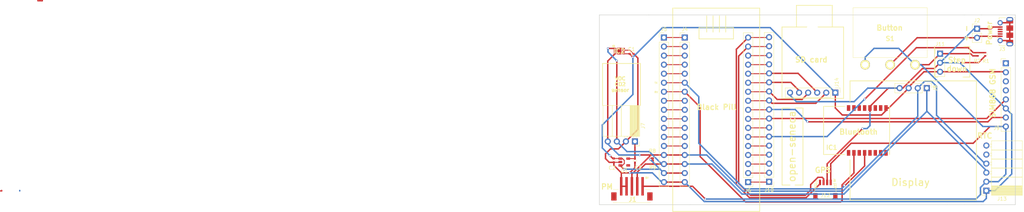
<source format=kicad_pcb>
(kicad_pcb (version 4) (host pcbnew 4.0.7)

  (general
    (links 109)
    (no_connects 0)
    (area 102.985499 74.600999 219.785001 128.091001)
    (thickness 1.6)
    (drawings 68)
    (tracks 337)
    (zones 0)
    (modules 31)
    (nets 62)
  )

  (page A4)
  (layers
    (0 F.Cu signal)
    (31 B.Cu signal)
    (32 B.Adhes user)
    (33 F.Adhes user)
    (34 B.Paste user)
    (35 F.Paste user)
    (36 B.SilkS user)
    (37 F.SilkS user)
    (38 B.Mask user)
    (39 F.Mask user)
    (40 Dwgs.User user)
    (41 Cmts.User user)
    (42 Eco1.User user)
    (43 Eco2.User user)
    (44 Edge.Cuts user)
    (45 Margin user)
    (46 B.CrtYd user)
    (47 F.CrtYd user hide)
    (48 B.Fab user)
    (49 F.Fab user hide)
  )

  (setup
    (last_trace_width 0.4)
    (user_trace_width 0.3)
    (user_trace_width 0.38)
    (user_trace_width 0.4)
    (user_trace_width 0.676)
    (trace_clearance 0.1)
    (zone_clearance 0.508)
    (zone_45_only no)
    (trace_min 0.25)
    (segment_width 0.2)
    (edge_width 0.15)
    (via_size 0.6)
    (via_drill 0.4)
    (via_min_size 0.4)
    (via_min_drill 0.3)
    (uvia_size 0.3)
    (uvia_drill 0.1)
    (uvias_allowed no)
    (uvia_min_size 0.2)
    (uvia_min_drill 0.1)
    (pcb_text_width 0.3)
    (pcb_text_size 1.5 1.5)
    (mod_edge_width 0.15)
    (mod_text_size 1 1)
    (mod_text_width 0.15)
    (pad_size 1.524 1.524)
    (pad_drill 0.762)
    (pad_to_mask_clearance 0.2)
    (aux_axis_origin 0 0)
    (visible_elements 7FFFFF7F)
    (pcbplotparams
      (layerselection 0x010ec_80000001)
      (usegerberextensions false)
      (excludeedgelayer true)
      (linewidth 0.100000)
      (plotframeref false)
      (viasonmask false)
      (mode 1)
      (useauxorigin false)
      (hpglpennumber 1)
      (hpglpenspeed 20)
      (hpglpendiameter 15)
      (hpglpenoverlay 2)
      (psnegative false)
      (psa4output false)
      (plotreference true)
      (plotvalue true)
      (plotinvisibletext false)
      (padsonsilk false)
      (subtractmaskfromsilk false)
      (outputformat 1)
      (mirror false)
      (drillshape 0)
      (scaleselection 1)
      (outputdirectory ./))
  )

  (net 0 "")
  (net 1 +3V3)
  (net 2 GND)
  (net 3 +5V)
  (net 4 "Net-(J10-Pad1)")
  (net 5 "Net-(J10-Pad4)")
  (net 6 "Net-(J10-Pad5)")
  (net 7 /GPS_RX)
  (net 8 /GPS_TX)
  (net 9 /CStoSD)
  (net 10 /SCKtoSD)
  (net 11 /MISOtoSD)
  (net 12 /MOSItoSD)
  (net 13 /Red)
  (net 14 /Bat)
  (net 15 /Blue)
  (net 16 /Green)
  (net 17 "Net-(IC1-Pad1)")
  (net 18 /BT_TX)
  (net 19 "Net-(IC1-Pad3)")
  (net 20 /BT_RX)
  (net 21 "Net-(IC1-Pad5)")
  (net 22 "Net-(IC1-Pad6)")
  (net 23 "Net-(IC1-Pad7)")
  (net 24 "Net-(IC1-Pad8)")
  (net 25 "Net-(IC1-Pad10)")
  (net 26 "Net-(IC1-Pad11)")
  (net 27 "Net-(IC1-Pad13)")
  (net 28 "Net-(IC1-Pad14)")
  (net 29 "Net-(IC1-Pad15)")
  (net 30 "Net-(IC1-Pad16)")
  (net 31 "Net-(J3-Pad6)")
  (net 32 "Net-(J3-Pad2)")
  (net 33 "Net-(J3-Pad4)")
  (net 34 "Net-(J3-Pad3)")
  (net 35 "Net-(J4-Pad1)")
  (net 36 "Net-(J4-Pad2)")
  (net 37 "Net-(J4-Pad3)")
  (net 38 "Net-(J4-Pad4)")
  (net 39 "Net-(J4-Pad8)")
  (net 40 "Net-(J4-Pad9)")
  (net 41 "Net-(J4-Pad10)")
  (net 42 "Net-(J4-Pad11)")
  (net 43 "Net-(J4-Pad12)")
  (net 44 "Net-(J4-Pad13)")
  (net 45 "Net-(J10-Pad2)")
  (net 46 "Net-(J10-Pad3)")
  (net 47 /GSM_RX)
  (net 48 /GSM_TX)
  (net 49 "Net-(J4-Pad5)")
  (net 50 /SDA)
  (net 51 /SCL)
  (net 52 "Net-(J2-Pad2)")
  (net 53 "Net-(J9-Pad1)")
  (net 54 "Net-(J9-Pad3)")
  (net 55 "Net-(J9-Pad4)")
  (net 56 "Net-(IC2-Pad3)")
  (net 57 "Net-(IC2-Pad6)")
  (net 58 "Net-(C3-Pad1)")
  (net 59 "Net-(U1-Pad4)")
  (net 60 "Net-(J13-Pad5)")
  (net 61 "Net-(J13-Pad6)")

  (net_class Default "Esta es la clase de red por defecto."
    (clearance 0.1)
    (trace_width 0.25)
    (via_dia 0.6)
    (via_drill 0.4)
    (uvia_dia 0.3)
    (uvia_drill 0.1)
    (add_net +3V3)
    (add_net +5V)
    (add_net /BT_RX)
    (add_net /BT_TX)
    (add_net /Bat)
    (add_net /Blue)
    (add_net /CStoSD)
    (add_net /GPS_RX)
    (add_net /GPS_TX)
    (add_net /GSM_RX)
    (add_net /GSM_TX)
    (add_net /Green)
    (add_net /MISOtoSD)
    (add_net /MOSItoSD)
    (add_net /Red)
    (add_net /SCKtoSD)
    (add_net /SCL)
    (add_net /SDA)
    (add_net GND)
    (add_net "Net-(C3-Pad1)")
    (add_net "Net-(IC1-Pad1)")
    (add_net "Net-(IC1-Pad10)")
    (add_net "Net-(IC1-Pad11)")
    (add_net "Net-(IC1-Pad13)")
    (add_net "Net-(IC1-Pad14)")
    (add_net "Net-(IC1-Pad15)")
    (add_net "Net-(IC1-Pad16)")
    (add_net "Net-(IC1-Pad3)")
    (add_net "Net-(IC1-Pad5)")
    (add_net "Net-(IC1-Pad6)")
    (add_net "Net-(IC1-Pad7)")
    (add_net "Net-(IC1-Pad8)")
    (add_net "Net-(IC2-Pad3)")
    (add_net "Net-(IC2-Pad6)")
    (add_net "Net-(J10-Pad1)")
    (add_net "Net-(J10-Pad2)")
    (add_net "Net-(J10-Pad3)")
    (add_net "Net-(J10-Pad4)")
    (add_net "Net-(J10-Pad5)")
    (add_net "Net-(J13-Pad5)")
    (add_net "Net-(J13-Pad6)")
    (add_net "Net-(J2-Pad2)")
    (add_net "Net-(J3-Pad2)")
    (add_net "Net-(J3-Pad3)")
    (add_net "Net-(J3-Pad4)")
    (add_net "Net-(J3-Pad6)")
    (add_net "Net-(J4-Pad1)")
    (add_net "Net-(J4-Pad10)")
    (add_net "Net-(J4-Pad11)")
    (add_net "Net-(J4-Pad12)")
    (add_net "Net-(J4-Pad13)")
    (add_net "Net-(J4-Pad2)")
    (add_net "Net-(J4-Pad3)")
    (add_net "Net-(J4-Pad4)")
    (add_net "Net-(J4-Pad5)")
    (add_net "Net-(J4-Pad8)")
    (add_net "Net-(J4-Pad9)")
    (add_net "Net-(J9-Pad1)")
    (add_net "Net-(J9-Pad3)")
    (add_net "Net-(J9-Pad4)")
    (add_net "Net-(U1-Pad4)")
  )

  (module Resistors_SMD:R_0402 (layer F.Cu) (tedit 5D40C16D) (tstamp 5D3F3519)
    (at 118.0465 116.1415 90)
    (descr "Resistor SMD 0402, reflow soldering, Vishay (see dcrcw.pdf)")
    (tags "resistor 0402")
    (path /5C889E40)
    (attr smd)
    (fp_text reference R9 (at -1.4605 -0.0635 180) (layer F.SilkS)
      (effects (font (size 1 1) (thickness 0.15)))
    )
    (fp_text value 4.7k (at -0.508 1.397 90) (layer F.Fab) hide
      (effects (font (size 1 1) (thickness 0.15)))
    )
    (fp_text user %R (at 0 -1.35 90) (layer F.Fab)
      (effects (font (size 1 1) (thickness 0.15)))
    )
    (fp_line (start -0.5 0.25) (end -0.5 -0.25) (layer F.Fab) (width 0.1))
    (fp_line (start 0.5 0.25) (end -0.5 0.25) (layer F.Fab) (width 0.1))
    (fp_line (start 0.5 -0.25) (end 0.5 0.25) (layer F.Fab) (width 0.1))
    (fp_line (start -0.5 -0.25) (end 0.5 -0.25) (layer F.Fab) (width 0.1))
    (fp_line (start 0.25 -0.53) (end -0.25 -0.53) (layer F.SilkS) (width 0.12))
    (fp_line (start -0.25 0.53) (end 0.25 0.53) (layer F.SilkS) (width 0.12))
    (fp_line (start -0.8 -0.45) (end 0.8 -0.45) (layer F.CrtYd) (width 0.05))
    (fp_line (start -0.8 -0.45) (end -0.8 0.45) (layer F.CrtYd) (width 0.05))
    (fp_line (start 0.8 0.45) (end 0.8 -0.45) (layer F.CrtYd) (width 0.05))
    (fp_line (start 0.8 0.45) (end -0.8 0.45) (layer F.CrtYd) (width 0.05))
    (pad 1 smd rect (at -0.45 0 90) (size 0.4 0.6) (layers F.Cu F.Paste F.Mask)
      (net 50 /SDA))
    (pad 2 smd rect (at 0.45 0 90) (size 0.4 0.6) (layers F.Cu F.Paste F.Mask)
      (net 1 +3V3))
    (model ${KISYS3DMOD}/Resistors_SMD.3dshapes/R_0402.wrl
      (at (xyz 0 0 0))
      (scale (xyz 1 1 1))
      (rotate (xyz 0 0 0))
    )
  )

  (module Resistors_SMD:R_0402 (layer F.Cu) (tedit 5D40C13F) (tstamp 5D3F3509)
    (at 118.0465 114.4905 270)
    (descr "Resistor SMD 0402, reflow soldering, Vishay (see dcrcw.pdf)")
    (tags "resistor 0402")
    (path /5C888F53)
    (attr smd)
    (fp_text reference R8 (at -1.5875 0.127 360) (layer F.SilkS)
      (effects (font (size 1 1) (thickness 0.15)))
    )
    (fp_text value 4.7k (at -0.635 -1.4605 270) (layer F.Fab) hide
      (effects (font (size 1 1) (thickness 0.15)))
    )
    (fp_text user %R (at 0 -1.35 270) (layer F.Fab)
      (effects (font (size 1 1) (thickness 0.15)))
    )
    (fp_line (start -0.5 0.25) (end -0.5 -0.25) (layer F.Fab) (width 0.1))
    (fp_line (start 0.5 0.25) (end -0.5 0.25) (layer F.Fab) (width 0.1))
    (fp_line (start 0.5 -0.25) (end 0.5 0.25) (layer F.Fab) (width 0.1))
    (fp_line (start -0.5 -0.25) (end 0.5 -0.25) (layer F.Fab) (width 0.1))
    (fp_line (start 0.25 -0.53) (end -0.25 -0.53) (layer F.SilkS) (width 0.12))
    (fp_line (start -0.25 0.53) (end 0.25 0.53) (layer F.SilkS) (width 0.12))
    (fp_line (start -0.8 -0.45) (end 0.8 -0.45) (layer F.CrtYd) (width 0.05))
    (fp_line (start -0.8 -0.45) (end -0.8 0.45) (layer F.CrtYd) (width 0.05))
    (fp_line (start 0.8 0.45) (end 0.8 -0.45) (layer F.CrtYd) (width 0.05))
    (fp_line (start 0.8 0.45) (end -0.8 0.45) (layer F.CrtYd) (width 0.05))
    (pad 1 smd rect (at -0.45 0 270) (size 0.4 0.6) (layers F.Cu F.Paste F.Mask)
      (net 51 /SCL))
    (pad 2 smd rect (at 0.45 0 270) (size 0.4 0.6) (layers F.Cu F.Paste F.Mask)
      (net 1 +3V3))
    (model ${KISYS3DMOD}/Resistors_SMD.3dshapes/R_0402.wrl
      (at (xyz 0 0 0))
      (scale (xyz 1 1 1))
      (rotate (xyz 0 0 0))
    )
  )

  (module Socket_Strips:Socket_Strip_Straight_1x06_Pitch2.54mm (layer F.Cu) (tedit 5C8ACC31) (tstamp 5D3F34F1)
    (at 169.2275 96.52 270)
    (descr "Through hole straight socket strip, 1x06, 2.54mm pitch, single row")
    (tags "Through hole socket strip THT 1x06 2.54mm single row")
    (path /5B5A0D7C)
    (fp_text reference J14 (at -2.921 -0.381 270) (layer F.SilkS)
      (effects (font (size 1 1) (thickness 0.15)))
    )
    (fp_text value Conn_01x06 (at 0 15.03 270) (layer F.Fab) hide
      (effects (font (size 1 1) (thickness 0.15)))
    )
    (fp_line (start -1.27 -1.27) (end -1.27 13.97) (layer F.Fab) (width 0.1))
    (fp_line (start -1.27 13.97) (end 1.27 13.97) (layer F.Fab) (width 0.1))
    (fp_line (start 1.27 13.97) (end 1.27 -1.27) (layer F.Fab) (width 0.1))
    (fp_line (start 1.27 -1.27) (end -1.27 -1.27) (layer F.Fab) (width 0.1))
    (fp_line (start -1.33 1.27) (end -1.33 14.03) (layer F.SilkS) (width 0.12))
    (fp_line (start -1.33 14.03) (end 1.33 14.03) (layer F.SilkS) (width 0.12))
    (fp_line (start 1.33 14.03) (end 1.33 1.27) (layer F.SilkS) (width 0.12))
    (fp_line (start 1.33 1.27) (end -1.33 1.27) (layer F.SilkS) (width 0.12))
    (fp_line (start -1.33 0) (end -1.33 -1.33) (layer F.SilkS) (width 0.12))
    (fp_line (start -1.33 -1.33) (end 0 -1.33) (layer F.SilkS) (width 0.12))
    (fp_line (start -1.8 -1.8) (end -1.8 14.5) (layer F.CrtYd) (width 0.05))
    (fp_line (start -1.8 14.5) (end 1.8 14.5) (layer F.CrtYd) (width 0.05))
    (fp_line (start 1.8 14.5) (end 1.8 -1.8) (layer F.CrtYd) (width 0.05))
    (fp_line (start 1.8 -1.8) (end -1.8 -1.8) (layer F.CrtYd) (width 0.05))
    (fp_text user %R (at 0 -2.33 270) (layer F.Fab)
      (effects (font (size 1 1) (thickness 0.15)))
    )
    (pad 1 thru_hole rect (at 0 0 270) (size 1.7 1.7) (drill 1) (layers *.Cu *.Mask)
      (net 1 +3V3))
    (pad 2 thru_hole oval (at 0 2.54 270) (size 1.7 1.7) (drill 1) (layers *.Cu *.Mask)
      (net 9 /CStoSD))
    (pad 3 thru_hole oval (at 0 5.08 270) (size 1.7 1.7) (drill 1) (layers *.Cu *.Mask)
      (net 12 /MOSItoSD))
    (pad 4 thru_hole oval (at 0 7.62 270) (size 1.7 1.7) (drill 1) (layers *.Cu *.Mask)
      (net 10 /SCKtoSD))
    (pad 5 thru_hole oval (at 0 10.16 270) (size 1.7 1.7) (drill 1) (layers *.Cu *.Mask)
      (net 11 /MISOtoSD))
    (pad 6 thru_hole oval (at 0 12.7 270) (size 1.7 1.7) (drill 1) (layers *.Cu *.Mask)
      (net 2 GND))
    (model ${KISYS3DMOD}/Socket_Strips.3dshapes/Socket_Strip_Straight_1x06_Pitch2.54mm.wrl
      (at (xyz 0 -0.25 0))
      (scale (xyz 1 1 1))
      (rotate (xyz 0 0 270))
    )
  )

  (module Socket_Strips:Socket_Strip_Straight_1x03_Pitch2.54mm (layer F.Cu) (tedit 5D40865F) (tstamp 5D3F34DC)
    (at 198.59625 85.56625)
    (descr "Through hole straight socket strip, 1x03, 2.54mm pitch, single row")
    (tags "Through hole socket strip THT 1x03 2.54mm single row")
    (path /5B5AFDEF)
    (fp_text reference J11 (at 0.03175 -2.69875) (layer F.SilkS)
      (effects (font (size 1 1) (thickness 0.15)))
    )
    (fp_text value Conn_01x03 (at 0 7.41) (layer F.Fab) hide
      (effects (font (size 1 1) (thickness 0.15)))
    )
    (fp_line (start -1.27 -1.27) (end -1.27 6.35) (layer F.Fab) (width 0.1))
    (fp_line (start -1.27 6.35) (end 1.27 6.35) (layer F.Fab) (width 0.1))
    (fp_line (start 1.27 6.35) (end 1.27 -1.27) (layer F.Fab) (width 0.1))
    (fp_line (start 1.27 -1.27) (end -1.27 -1.27) (layer F.Fab) (width 0.1))
    (fp_line (start -1.33 1.27) (end -1.33 6.41) (layer F.SilkS) (width 0.12))
    (fp_line (start -1.33 6.41) (end 1.33 6.41) (layer F.SilkS) (width 0.12))
    (fp_line (start 1.33 6.41) (end 1.33 1.27) (layer F.SilkS) (width 0.12))
    (fp_line (start 1.33 1.27) (end -1.33 1.27) (layer F.SilkS) (width 0.12))
    (fp_line (start -1.33 0) (end -1.33 -1.33) (layer F.SilkS) (width 0.12))
    (fp_line (start -1.33 -1.33) (end 0 -1.33) (layer F.SilkS) (width 0.12))
    (fp_line (start -1.8 -1.8) (end -1.8 6.85) (layer F.CrtYd) (width 0.05))
    (fp_line (start -1.8 6.85) (end 1.8 6.85) (layer F.CrtYd) (width 0.05))
    (fp_line (start 1.8 6.85) (end 1.8 -1.8) (layer F.CrtYd) (width 0.05))
    (fp_line (start 1.8 -1.8) (end -1.8 -1.8) (layer F.CrtYd) (width 0.05))
    (fp_text user %R (at 0 -2.33) (layer F.Fab)
      (effects (font (size 1 1) (thickness 0.15)))
    )
    (pad 1 thru_hole rect (at 0 0) (size 1.7 1.7) (drill 1) (layers *.Cu *.Mask)
      (net 3 +5V))
    (pad 2 thru_hole oval (at 0 2.54) (size 1.7 1.7) (drill 1) (layers *.Cu *.Mask)
      (net 2 GND))
    (pad 3 thru_hole oval (at 0 5.08) (size 1.7 1.7) (drill 1) (layers *.Cu *.Mask)
      (net 1 +3V3))
    (model ${KISYS3DMOD}/Socket_Strips.3dshapes/Socket_Strip_Straight_1x03_Pitch2.54mm.wrl
      (at (xyz 0 -0.1 0))
      (scale (xyz 1 1 1))
      (rotate (xyz 0 0 270))
    )
  )

  (module Socket_Strips:Socket_Strip_Straight_1x17_Pitch2.54mm (layer F.Cu) (tedit 5C897A1B) (tstamp 5D3F34B9)
    (at 150.65375 121.57075 180)
    (descr "Through hole straight socket strip, 1x17, 2.54mm pitch, single row")
    (tags "Through hole socket strip THT 1x17 2.54mm single row")
    (path /5B5E50B7)
    (fp_text reference J10 (at 0 -2.33 180) (layer F.SilkS)
      (effects (font (size 1 1) (thickness 0.15)))
    )
    (fp_text value Conn_01x17 (at 0 42.97 180) (layer F.Fab) hide
      (effects (font (size 1 1) (thickness 0.15)))
    )
    (fp_line (start -1.27 -1.27) (end -1.27 41.91) (layer F.Fab) (width 0.1))
    (fp_line (start -1.27 41.91) (end 1.27 41.91) (layer F.Fab) (width 0.1))
    (fp_line (start 1.27 41.91) (end 1.27 -1.27) (layer F.Fab) (width 0.1))
    (fp_line (start 1.27 -1.27) (end -1.27 -1.27) (layer F.Fab) (width 0.1))
    (fp_line (start -1.33 1.27) (end -1.33 41.97) (layer F.SilkS) (width 0.12))
    (fp_line (start -1.33 41.97) (end 1.33 41.97) (layer F.SilkS) (width 0.12))
    (fp_line (start 1.33 41.97) (end 1.33 1.27) (layer F.SilkS) (width 0.12))
    (fp_line (start 1.33 1.27) (end -1.33 1.27) (layer F.SilkS) (width 0.12))
    (fp_line (start -1.33 0) (end -1.33 -1.33) (layer F.SilkS) (width 0.12))
    (fp_line (start -1.33 -1.33) (end 0 -1.33) (layer F.SilkS) (width 0.12))
    (fp_line (start -1.8 -1.8) (end -1.8 42.45) (layer F.CrtYd) (width 0.05))
    (fp_line (start -1.8 42.45) (end 1.8 42.45) (layer F.CrtYd) (width 0.05))
    (fp_line (start 1.8 42.45) (end 1.8 -1.8) (layer F.CrtYd) (width 0.05))
    (fp_line (start 1.8 -1.8) (end -1.8 -1.8) (layer F.CrtYd) (width 0.05))
    (fp_text user %R (at 0 -2.33 180) (layer F.Fab)
      (effects (font (size 1 1) (thickness 0.15)))
    )
    (pad 1 thru_hole rect (at 0 0 180) (size 1.7 1.7) (drill 1) (layers *.Cu *.Mask)
      (net 4 "Net-(J10-Pad1)"))
    (pad 2 thru_hole oval (at 0 2.54 180) (size 1.7 1.7) (drill 1) (layers *.Cu *.Mask)
      (net 45 "Net-(J10-Pad2)"))
    (pad 3 thru_hole oval (at 0 5.08 180) (size 1.7 1.7) (drill 1) (layers *.Cu *.Mask)
      (net 46 "Net-(J10-Pad3)"))
    (pad 4 thru_hole oval (at 0 7.62 180) (size 1.7 1.7) (drill 1) (layers *.Cu *.Mask)
      (net 5 "Net-(J10-Pad4)"))
    (pad 5 thru_hole oval (at 0 10.16 180) (size 1.7 1.7) (drill 1) (layers *.Cu *.Mask)
      (net 6 "Net-(J10-Pad5)"))
    (pad 6 thru_hole oval (at 0 12.7 180) (size 1.7 1.7) (drill 1) (layers *.Cu *.Mask)
      (net 14 /Bat))
    (pad 7 thru_hole oval (at 0 15.24 180) (size 1.7 1.7) (drill 1) (layers *.Cu *.Mask)
      (net 15 /Blue))
    (pad 8 thru_hole oval (at 0 17.78 180) (size 1.7 1.7) (drill 1) (layers *.Cu *.Mask)
      (net 47 /GSM_RX))
    (pad 9 thru_hole oval (at 0 20.32 180) (size 1.7 1.7) (drill 1) (layers *.Cu *.Mask)
      (net 48 /GSM_TX))
    (pad 10 thru_hole oval (at 0 22.86 180) (size 1.7 1.7) (drill 1) (layers *.Cu *.Mask)
      (net 9 /CStoSD))
    (pad 11 thru_hole oval (at 0 25.4 180) (size 1.7 1.7) (drill 1) (layers *.Cu *.Mask)
      (net 10 /SCKtoSD))
    (pad 12 thru_hole oval (at 0 27.94 180) (size 1.7 1.7) (drill 1) (layers *.Cu *.Mask)
      (net 11 /MISOtoSD))
    (pad 13 thru_hole oval (at 0 30.48 180) (size 1.7 1.7) (drill 1) (layers *.Cu *.Mask)
      (net 12 /MOSItoSD))
    (pad 14 thru_hole oval (at 0 33.02 180) (size 1.7 1.7) (drill 1) (layers *.Cu *.Mask)
      (net 16 /Green))
    (pad 15 thru_hole oval (at 0 35.56 180) (size 1.7 1.7) (drill 1) (layers *.Cu *.Mask)
      (net 13 /Red))
    (pad 16 thru_hole oval (at 0 38.1 180) (size 1.7 1.7) (drill 1) (layers *.Cu *.Mask)
      (net 7 /GPS_RX))
    (pad 17 thru_hole oval (at 0 40.64 180) (size 1.7 1.7) (drill 1) (layers *.Cu *.Mask)
      (net 8 /GPS_TX))
    (model ${KISYS3DMOD}/Socket_Strips.3dshapes/Socket_Strip_Straight_1x17_Pitch2.54mm.wrl
      (at (xyz 0 -0.8 0))
      (scale (xyz 1 1 1))
      (rotate (xyz 0 0 270))
    )
  )

  (module Socket_Strips:Socket_Strip_Straight_1x17_Pitch2.54mm (layer F.Cu) (tedit 5C897A16) (tstamp 5D3F3467)
    (at 144.78 121.666 180)
    (descr "Through hole straight socket strip, 1x17, 2.54mm pitch, single row")
    (tags "Through hole socket strip THT 1x17 2.54mm single row")
    (path /5C7573A0)
    (fp_text reference J6 (at 0 -2.33 180) (layer F.SilkS)
      (effects (font (size 1 1) (thickness 0.15)))
    )
    (fp_text value Conn_01x17 (at 0 42.97 180) (layer F.Fab) hide
      (effects (font (size 1 1) (thickness 0.15)))
    )
    (fp_line (start -1.27 -1.27) (end -1.27 41.91) (layer F.Fab) (width 0.1))
    (fp_line (start -1.27 41.91) (end 1.27 41.91) (layer F.Fab) (width 0.1))
    (fp_line (start 1.27 41.91) (end 1.27 -1.27) (layer F.Fab) (width 0.1))
    (fp_line (start 1.27 -1.27) (end -1.27 -1.27) (layer F.Fab) (width 0.1))
    (fp_line (start -1.33 1.27) (end -1.33 41.97) (layer F.SilkS) (width 0.12))
    (fp_line (start -1.33 41.97) (end 1.33 41.97) (layer F.SilkS) (width 0.12))
    (fp_line (start 1.33 41.97) (end 1.33 1.27) (layer F.SilkS) (width 0.12))
    (fp_line (start 1.33 1.27) (end -1.33 1.27) (layer F.SilkS) (width 0.12))
    (fp_line (start -1.33 0) (end -1.33 -1.33) (layer F.SilkS) (width 0.12))
    (fp_line (start -1.33 -1.33) (end 0 -1.33) (layer F.SilkS) (width 0.12))
    (fp_line (start -1.8 -1.8) (end -1.8 42.45) (layer F.CrtYd) (width 0.05))
    (fp_line (start -1.8 42.45) (end 1.8 42.45) (layer F.CrtYd) (width 0.05))
    (fp_line (start 1.8 42.45) (end 1.8 -1.8) (layer F.CrtYd) (width 0.05))
    (fp_line (start 1.8 -1.8) (end -1.8 -1.8) (layer F.CrtYd) (width 0.05))
    (fp_text user %R (at 0 -2.33 180) (layer F.Fab)
      (effects (font (size 1 1) (thickness 0.15)))
    )
    (pad 1 thru_hole rect (at 0 0 180) (size 1.7 1.7) (drill 1) (layers *.Cu *.Mask)
      (net 4 "Net-(J10-Pad1)"))
    (pad 2 thru_hole oval (at 0 2.54 180) (size 1.7 1.7) (drill 1) (layers *.Cu *.Mask)
      (net 45 "Net-(J10-Pad2)"))
    (pad 3 thru_hole oval (at 0 5.08 180) (size 1.7 1.7) (drill 1) (layers *.Cu *.Mask)
      (net 46 "Net-(J10-Pad3)"))
    (pad 4 thru_hole oval (at 0 7.62 180) (size 1.7 1.7) (drill 1) (layers *.Cu *.Mask)
      (net 5 "Net-(J10-Pad4)"))
    (pad 5 thru_hole oval (at 0 10.16 180) (size 1.7 1.7) (drill 1) (layers *.Cu *.Mask)
      (net 6 "Net-(J10-Pad5)"))
    (pad 6 thru_hole oval (at 0 12.7 180) (size 1.7 1.7) (drill 1) (layers *.Cu *.Mask)
      (net 14 /Bat))
    (pad 7 thru_hole oval (at 0 15.24 180) (size 1.7 1.7) (drill 1) (layers *.Cu *.Mask)
      (net 15 /Blue))
    (pad 8 thru_hole oval (at 0 17.78 180) (size 1.7 1.7) (drill 1) (layers *.Cu *.Mask)
      (net 47 /GSM_RX))
    (pad 9 thru_hole oval (at 0 20.32 180) (size 1.7 1.7) (drill 1) (layers *.Cu *.Mask)
      (net 48 /GSM_TX))
    (pad 10 thru_hole oval (at 0 22.86 180) (size 1.7 1.7) (drill 1) (layers *.Cu *.Mask)
      (net 9 /CStoSD))
    (pad 11 thru_hole oval (at 0 25.4 180) (size 1.7 1.7) (drill 1) (layers *.Cu *.Mask)
      (net 10 /SCKtoSD))
    (pad 12 thru_hole oval (at 0 27.94 180) (size 1.7 1.7) (drill 1) (layers *.Cu *.Mask)
      (net 11 /MISOtoSD))
    (pad 13 thru_hole oval (at 0 30.48 180) (size 1.7 1.7) (drill 1) (layers *.Cu *.Mask)
      (net 12 /MOSItoSD))
    (pad 14 thru_hole oval (at 0 33.02 180) (size 1.7 1.7) (drill 1) (layers *.Cu *.Mask)
      (net 16 /Green))
    (pad 15 thru_hole oval (at 0 35.56 180) (size 1.7 1.7) (drill 1) (layers *.Cu *.Mask)
      (net 13 /Red))
    (pad 16 thru_hole oval (at 0 38.1 180) (size 1.7 1.7) (drill 1) (layers *.Cu *.Mask)
      (net 7 /GPS_RX))
    (pad 17 thru_hole oval (at 0 40.64 180) (size 1.7 1.7) (drill 1) (layers *.Cu *.Mask)
      (net 8 /GPS_TX))
    (model ${KISYS3DMOD}/Socket_Strips.3dshapes/Socket_Strip_Straight_1x17_Pitch2.54mm.wrl
      (at (xyz 0 -0.8 0))
      (scale (xyz 1 1 1))
      (rotate (xyz 0 0 270))
    )
  )

  (module Socket_Strips:Socket_Strip_Straight_1x17_Pitch2.54mm (layer F.Cu) (tedit 5C897A25) (tstamp 5D3F3444)
    (at 121.158 81.026)
    (descr "Through hole straight socket strip, 1x17, 2.54mm pitch, single row")
    (tags "Through hole socket strip THT 1x17 2.54mm single row")
    (path /5B5E5040)
    (fp_text reference J5 (at 0 -2.33) (layer F.SilkS)
      (effects (font (size 1 1) (thickness 0.15)))
    )
    (fp_text value Conn_01x17 (at 0 42.97) (layer F.Fab) hide
      (effects (font (size 1 1) (thickness 0.15)))
    )
    (fp_line (start -1.27 -1.27) (end -1.27 41.91) (layer F.Fab) (width 0.1))
    (fp_line (start -1.27 41.91) (end 1.27 41.91) (layer F.Fab) (width 0.1))
    (fp_line (start 1.27 41.91) (end 1.27 -1.27) (layer F.Fab) (width 0.1))
    (fp_line (start 1.27 -1.27) (end -1.27 -1.27) (layer F.Fab) (width 0.1))
    (fp_line (start -1.33 1.27) (end -1.33 41.97) (layer F.SilkS) (width 0.12))
    (fp_line (start -1.33 41.97) (end 1.33 41.97) (layer F.SilkS) (width 0.12))
    (fp_line (start 1.33 41.97) (end 1.33 1.27) (layer F.SilkS) (width 0.12))
    (fp_line (start 1.33 1.27) (end -1.33 1.27) (layer F.SilkS) (width 0.12))
    (fp_line (start -1.33 0) (end -1.33 -1.33) (layer F.SilkS) (width 0.12))
    (fp_line (start -1.33 -1.33) (end 0 -1.33) (layer F.SilkS) (width 0.12))
    (fp_line (start -1.8 -1.8) (end -1.8 42.45) (layer F.CrtYd) (width 0.05))
    (fp_line (start -1.8 42.45) (end 1.8 42.45) (layer F.CrtYd) (width 0.05))
    (fp_line (start 1.8 42.45) (end 1.8 -1.8) (layer F.CrtYd) (width 0.05))
    (fp_line (start 1.8 -1.8) (end -1.8 -1.8) (layer F.CrtYd) (width 0.05))
    (fp_text user %R (at 0 -2.33) (layer F.Fab)
      (effects (font (size 1 1) (thickness 0.15)))
    )
    (pad 1 thru_hole rect (at 0 0) (size 1.7 1.7) (drill 1) (layers *.Cu *.Mask)
      (net 35 "Net-(J4-Pad1)"))
    (pad 2 thru_hole oval (at 0 2.54) (size 1.7 1.7) (drill 1) (layers *.Cu *.Mask)
      (net 36 "Net-(J4-Pad2)"))
    (pad 3 thru_hole oval (at 0 5.08) (size 1.7 1.7) (drill 1) (layers *.Cu *.Mask)
      (net 37 "Net-(J4-Pad3)"))
    (pad 4 thru_hole oval (at 0 7.62) (size 1.7 1.7) (drill 1) (layers *.Cu *.Mask)
      (net 38 "Net-(J4-Pad4)"))
    (pad 5 thru_hole oval (at 0 10.16) (size 1.7 1.7) (drill 1) (layers *.Cu *.Mask)
      (net 49 "Net-(J4-Pad5)"))
    (pad 6 thru_hole oval (at 0 12.7) (size 1.7 1.7) (drill 1) (layers *.Cu *.Mask)
      (net 20 /BT_RX))
    (pad 7 thru_hole oval (at 0 15.24) (size 1.7 1.7) (drill 1) (layers *.Cu *.Mask)
      (net 18 /BT_TX))
    (pad 8 thru_hole oval (at 0 17.78) (size 1.7 1.7) (drill 1) (layers *.Cu *.Mask)
      (net 39 "Net-(J4-Pad8)"))
    (pad 9 thru_hole oval (at 0 20.32) (size 1.7 1.7) (drill 1) (layers *.Cu *.Mask)
      (net 40 "Net-(J4-Pad9)"))
    (pad 10 thru_hole oval (at 0 22.86) (size 1.7 1.7) (drill 1) (layers *.Cu *.Mask)
      (net 41 "Net-(J4-Pad10)"))
    (pad 11 thru_hole oval (at 0 25.4) (size 1.7 1.7) (drill 1) (layers *.Cu *.Mask)
      (net 42 "Net-(J4-Pad11)"))
    (pad 12 thru_hole oval (at 0 27.94) (size 1.7 1.7) (drill 1) (layers *.Cu *.Mask)
      (net 43 "Net-(J4-Pad12)"))
    (pad 13 thru_hole oval (at 0 30.48) (size 1.7 1.7) (drill 1) (layers *.Cu *.Mask)
      (net 44 "Net-(J4-Pad13)"))
    (pad 14 thru_hole oval (at 0 33.02) (size 1.7 1.7) (drill 1) (layers *.Cu *.Mask)
      (net 51 /SCL))
    (pad 15 thru_hole oval (at 0 35.56) (size 1.7 1.7) (drill 1) (layers *.Cu *.Mask)
      (net 50 /SDA))
    (pad 16 thru_hole oval (at 0 38.1) (size 1.7 1.7) (drill 1) (layers *.Cu *.Mask)
      (net 1 +3V3))
    (pad 17 thru_hole oval (at 0 40.64) (size 1.7 1.7) (drill 1) (layers *.Cu *.Mask)
      (net 2 GND))
    (model ${KISYS3DMOD}/Socket_Strips.3dshapes/Socket_Strip_Straight_1x17_Pitch2.54mm.wrl
      (at (xyz 0 -0.8 0))
      (scale (xyz 1 1 1))
      (rotate (xyz 0 0 270))
    )
  )

  (module Socket_Strips:Socket_Strip_Straight_1x17_Pitch2.54mm (layer F.Cu) (tedit 5C897A2A) (tstamp 5D3F3421)
    (at 127 81.026)
    (descr "Through hole straight socket strip, 1x17, 2.54mm pitch, single row")
    (tags "Through hole socket strip THT 1x17 2.54mm single row")
    (path /5C75734B)
    (fp_text reference J4 (at 0 -2.33) (layer F.SilkS)
      (effects (font (size 1 1) (thickness 0.15)))
    )
    (fp_text value Conn_01x17 (at 0 42.97) (layer F.Fab) hide
      (effects (font (size 1 1) (thickness 0.15)))
    )
    (fp_line (start -1.27 -1.27) (end -1.27 41.91) (layer F.Fab) (width 0.1))
    (fp_line (start -1.27 41.91) (end 1.27 41.91) (layer F.Fab) (width 0.1))
    (fp_line (start 1.27 41.91) (end 1.27 -1.27) (layer F.Fab) (width 0.1))
    (fp_line (start 1.27 -1.27) (end -1.27 -1.27) (layer F.Fab) (width 0.1))
    (fp_line (start -1.33 1.27) (end -1.33 41.97) (layer F.SilkS) (width 0.12))
    (fp_line (start -1.33 41.97) (end 1.33 41.97) (layer F.SilkS) (width 0.12))
    (fp_line (start 1.33 41.97) (end 1.33 1.27) (layer F.SilkS) (width 0.12))
    (fp_line (start 1.33 1.27) (end -1.33 1.27) (layer F.SilkS) (width 0.12))
    (fp_line (start -1.33 0) (end -1.33 -1.33) (layer F.SilkS) (width 0.12))
    (fp_line (start -1.33 -1.33) (end 0 -1.33) (layer F.SilkS) (width 0.12))
    (fp_line (start -1.8 -1.8) (end -1.8 42.45) (layer F.CrtYd) (width 0.05))
    (fp_line (start -1.8 42.45) (end 1.8 42.45) (layer F.CrtYd) (width 0.05))
    (fp_line (start 1.8 42.45) (end 1.8 -1.8) (layer F.CrtYd) (width 0.05))
    (fp_line (start 1.8 -1.8) (end -1.8 -1.8) (layer F.CrtYd) (width 0.05))
    (fp_text user %R (at 0 -2.33) (layer F.Fab)
      (effects (font (size 1 1) (thickness 0.15)))
    )
    (pad 1 thru_hole rect (at 0 0) (size 1.7 1.7) (drill 1) (layers *.Cu *.Mask)
      (net 35 "Net-(J4-Pad1)"))
    (pad 2 thru_hole oval (at 0 2.54) (size 1.7 1.7) (drill 1) (layers *.Cu *.Mask)
      (net 36 "Net-(J4-Pad2)"))
    (pad 3 thru_hole oval (at 0 5.08) (size 1.7 1.7) (drill 1) (layers *.Cu *.Mask)
      (net 37 "Net-(J4-Pad3)"))
    (pad 4 thru_hole oval (at 0 7.62) (size 1.7 1.7) (drill 1) (layers *.Cu *.Mask)
      (net 38 "Net-(J4-Pad4)"))
    (pad 5 thru_hole oval (at 0 10.16) (size 1.7 1.7) (drill 1) (layers *.Cu *.Mask)
      (net 49 "Net-(J4-Pad5)"))
    (pad 6 thru_hole oval (at 0 12.7) (size 1.7 1.7) (drill 1) (layers *.Cu *.Mask)
      (net 20 /BT_RX))
    (pad 7 thru_hole oval (at 0 15.24) (size 1.7 1.7) (drill 1) (layers *.Cu *.Mask)
      (net 18 /BT_TX))
    (pad 8 thru_hole oval (at 0 17.78) (size 1.7 1.7) (drill 1) (layers *.Cu *.Mask)
      (net 39 "Net-(J4-Pad8)"))
    (pad 9 thru_hole oval (at 0 20.32) (size 1.7 1.7) (drill 1) (layers *.Cu *.Mask)
      (net 40 "Net-(J4-Pad9)"))
    (pad 10 thru_hole oval (at 0 22.86) (size 1.7 1.7) (drill 1) (layers *.Cu *.Mask)
      (net 41 "Net-(J4-Pad10)"))
    (pad 11 thru_hole oval (at 0 25.4) (size 1.7 1.7) (drill 1) (layers *.Cu *.Mask)
      (net 42 "Net-(J4-Pad11)"))
    (pad 12 thru_hole oval (at 0 27.94) (size 1.7 1.7) (drill 1) (layers *.Cu *.Mask)
      (net 43 "Net-(J4-Pad12)"))
    (pad 13 thru_hole oval (at 0 30.48) (size 1.7 1.7) (drill 1) (layers *.Cu *.Mask)
      (net 44 "Net-(J4-Pad13)"))
    (pad 14 thru_hole oval (at 0 33.02) (size 1.7 1.7) (drill 1) (layers *.Cu *.Mask)
      (net 51 /SCL))
    (pad 15 thru_hole oval (at 0 35.56) (size 1.7 1.7) (drill 1) (layers *.Cu *.Mask)
      (net 50 /SDA))
    (pad 16 thru_hole oval (at 0 38.1) (size 1.7 1.7) (drill 1) (layers *.Cu *.Mask)
      (net 1 +3V3))
    (pad 17 thru_hole oval (at 0 40.64) (size 1.7 1.7) (drill 1) (layers *.Cu *.Mask)
      (net 2 GND))
    (model ${KISYS3DMOD}/Socket_Strips.3dshapes/Socket_Strip_Straight_1x17_Pitch2.54mm.wrl
      (at (xyz 0 -0.8 0))
      (scale (xyz 1 1 1))
      (rotate (xyz 0 0 270))
    )
  )

  (module "Single pin:B5B-ZR-SM4-TF" (layer F.Cu) (tedit 5C7BFD59) (tstamp 5D3F33AD)
    (at 112.17275 125.19025 180)
    (descr B4B-ZR-SM4-TF)
    (tags Connector)
    (path /5C75B9F0)
    (attr smd)
    (fp_text reference J1 (at -0.1905 -1.3335 180) (layer F.SilkS)
      (effects (font (size 1.27 1.27) (thickness 0.254)))
    )
    (fp_text value Conn_01x05 (at -1.25 -4.6 180) (layer F.SilkS) hide
      (effects (font (size 1.27 1.27) (thickness 0.254)))
    )
    (fp_line (start -5.25438 -2.25) (end 5.24562 -2.25) (layer Dwgs.User) (width 0.1))
    (fp_line (start 5.24562 -2.25) (end 5.24562 1.45) (layer Dwgs.User) (width 0.1))
    (fp_line (start 5.24562 1.45) (end -5.25438 1.45) (layer Dwgs.User) (width 0.1))
    (fp_line (start -5.25438 1.45) (end -5.25438 -2.25) (layer Dwgs.User) (width 0.1))
    (fp_line (start -5.25438 -2.25) (end 5.24562 -2.25) (layer F.SilkS) (width 0.1))
    (fp_line (start -5.25438 1.45) (end -3.75438 1.45) (layer F.SilkS) (width 0.1))
    (fp_line (start 5.24562 1.45) (end 3.74562 1.45) (layer F.SilkS) (width 0.1))
    (pad 5 smd rect (at 2.9969 2.35 180) (size 0.7 5.2) (layers F.Cu F.Paste F.Mask)
      (net 2 GND))
    (pad 1 smd rect (at -3.00438 2.35 180) (size 0.7 5.2) (layers F.Cu F.Paste F.Mask)
      (net 3 +5V))
    (pad 2 smd rect (at -1.50438 2.35 180) (size 0.7 5.2) (layers F.Cu F.Paste F.Mask)
      (net 50 /SDA))
    (pad 3 smd rect (at -0.00438 2.35 180) (size 0.7 5.2) (layers F.Cu F.Paste F.Mask)
      (net 51 /SCL))
    (pad 4 smd rect (at 1.49562 2.35 180) (size 0.7 5.2) (layers F.Cu F.Paste F.Mask)
      (net 2 GND))
    (pad 6 smd rect (at -5.05438 -0.5 180) (size 1.5 2.3) (layers F.Cu F.Paste F.Mask))
    (pad 7 smd rect (at 5.04562 -0.5 180) (size 1.5 2.3) (layers F.Cu F.Paste F.Mask))
  )

  (module Connectors_JST:JST_SH_SM04B-SRSS-TB_04x1.00mm_Angled (layer F.Cu) (tedit 5C7BFD33) (tstamp 5D3F3382)
    (at 166.4335 123.698)
    (descr http://www.jst-mfg.com/product/pdf/eng/eSH.pdf)
    (tags "connector jst sh")
    (path /5B5A1112)
    (attr smd)
    (fp_text reference J12 (at 0 1.651) (layer F.SilkS)
      (effects (font (size 1 1) (thickness 0.15)))
    )
    (fp_text value Conn_01x04 (at 0 4.5) (layer F.Fab) hide
      (effects (font (size 1 1) (thickness 0.15)))
    )
    (fp_circle (center -2.5 -2.1875) (end -2.25 -2.1875) (layer F.SilkS) (width 0.12))
    (fp_line (start -1.9 2.6375) (end 1.9 2.6375) (layer F.SilkS) (width 0.12))
    (fp_line (start -3 0.7375) (end -3 -1.6125) (layer F.SilkS) (width 0.12))
    (fp_line (start -3 -1.6125) (end -2.1 -1.6125) (layer F.SilkS) (width 0.12))
    (fp_line (start -2.5 -1.6125) (end -2.5 -0.4125) (layer F.SilkS) (width 0.12))
    (fp_line (start -2.5 -0.4125) (end -2.5 -0.4125) (layer F.SilkS) (width 0.12))
    (fp_line (start -2.5 -0.4125) (end -2.5 -1.6125) (layer F.SilkS) (width 0.12))
    (fp_line (start -2.5 -1.6125) (end -2.5 -1.6125) (layer F.SilkS) (width 0.12))
    (fp_line (start -2.5 -1.1125) (end -2.5 -1.1125) (layer F.SilkS) (width 0.12))
    (fp_line (start -2.5 -1.1125) (end -3 -1.1125) (layer F.SilkS) (width 0.12))
    (fp_line (start -3 -1.1125) (end -3 -1.1125) (layer F.SilkS) (width 0.12))
    (fp_line (start -3 -1.1125) (end -2.5 -1.1125) (layer F.SilkS) (width 0.12))
    (fp_line (start -2.5 -0.4125) (end -2.5 -0.4125) (layer F.SilkS) (width 0.12))
    (fp_line (start -2.5 -0.4125) (end -3 -0.4125) (layer F.SilkS) (width 0.12))
    (fp_line (start -3 -0.4125) (end -3 -0.4125) (layer F.SilkS) (width 0.12))
    (fp_line (start -3 -0.4125) (end -2.5 -0.4125) (layer F.SilkS) (width 0.12))
    (fp_line (start 3 0.7375) (end 3 -1.6125) (layer F.SilkS) (width 0.12))
    (fp_line (start 3 -1.6125) (end 2.1 -1.6125) (layer F.SilkS) (width 0.12))
    (fp_line (start 2.5 -1.6125) (end 2.5 -0.4125) (layer F.SilkS) (width 0.12))
    (fp_line (start 2.5 -0.4125) (end 2.5 -0.4125) (layer F.SilkS) (width 0.12))
    (fp_line (start 2.5 -0.4125) (end 2.5 -1.6125) (layer F.SilkS) (width 0.12))
    (fp_line (start 2.5 -1.6125) (end 2.5 -1.6125) (layer F.SilkS) (width 0.12))
    (fp_line (start 2.5 -1.1125) (end 2.5 -1.1125) (layer F.SilkS) (width 0.12))
    (fp_line (start 2.5 -1.1125) (end 3 -1.1125) (layer F.SilkS) (width 0.12))
    (fp_line (start 3 -1.1125) (end 3 -1.1125) (layer F.SilkS) (width 0.12))
    (fp_line (start 3 -1.1125) (end 2.5 -1.1125) (layer F.SilkS) (width 0.12))
    (fp_line (start 2.5 -0.4125) (end 2.5 -0.4125) (layer F.SilkS) (width 0.12))
    (fp_line (start 2.5 -0.4125) (end 3 -0.4125) (layer F.SilkS) (width 0.12))
    (fp_line (start 3 -0.4125) (end 3 -0.4125) (layer F.SilkS) (width 0.12))
    (fp_line (start 3 -0.4125) (end 2.5 -0.4125) (layer F.SilkS) (width 0.12))
    (fp_line (start -3.9 3.35) (end -3.9 -3.25) (layer F.CrtYd) (width 0.05))
    (fp_line (start -3.9 -3.25) (end 3.9 -3.25) (layer F.CrtYd) (width 0.05))
    (fp_line (start 3.9 -3.25) (end 3.9 3.35) (layer F.CrtYd) (width 0.05))
    (fp_line (start 3.9 3.35) (end -3.9 3.35) (layer F.CrtYd) (width 0.05))
    (pad 1 smd rect (at -1.5 -1.9375) (size 0.6 1.55) (layers F.Cu F.Paste F.Mask)
      (net 8 /GPS_TX))
    (pad 2 smd rect (at -0.5 -1.9375) (size 0.6 1.55) (layers F.Cu F.Paste F.Mask)
      (net 7 /GPS_RX))
    (pad 3 smd rect (at 0.5 -1.9375) (size 0.6 1.55) (layers F.Cu F.Paste F.Mask)
      (net 2 GND))
    (pad 4 smd rect (at 1.5 -1.9375) (size 0.6 1.55) (layers F.Cu F.Paste F.Mask)
      (net 3 +5V))
    (pad "" smd rect (at -2.8 1.9375) (size 1.2 1.8) (layers F.Cu F.Paste F.Mask))
    (pad "" smd rect (at 2.8 1.9375) (size 1.2 1.8) (layers F.Cu F.Paste F.Mask))
  )

  (module Connectors_USB:USB_Micro-B_Molex-105017-0001 (layer F.Cu) (tedit 5C7BF776) (tstamp 5D3F335A)
    (at 217.805 79.375 90)
    (descr http://www.molex.com/pdm_docs/sd/1050170001_sd.pdf)
    (tags "Micro-USB SMD Typ-B")
    (path /5C7304C9)
    (attr smd)
    (fp_text reference J3 (at -4.8895 -1.778 180) (layer F.SilkS)
      (effects (font (size 1 1) (thickness 0.15)))
    )
    (fp_text value USB_OTG (at 0.3 3.45 90) (layer F.Fab) hide
      (effects (font (size 1 1) (thickness 0.15)))
    )
    (fp_line (start -4.4 2.75) (end 4.4 2.75) (layer F.CrtYd) (width 0.05))
    (fp_line (start 4.4 -3.35) (end 4.4 2.75) (layer F.CrtYd) (width 0.05))
    (fp_line (start -4.4 -3.35) (end 4.4 -3.35) (layer F.CrtYd) (width 0.05))
    (fp_line (start -4.4 2.75) (end -4.4 -3.35) (layer F.CrtYd) (width 0.05))
    (fp_text user "PCB Edge" (at 0 1.8 90) (layer Dwgs.User)
      (effects (font (size 0.5 0.5) (thickness 0.08)))
    )
    (fp_line (start -3.9 -2.65) (end -3.45 -2.65) (layer F.SilkS) (width 0.12))
    (fp_line (start -3.9 -0.8) (end -3.9 -2.65) (layer F.SilkS) (width 0.12))
    (fp_line (start 3.9 1.75) (end 3.9 1.5) (layer F.SilkS) (width 0.12))
    (fp_line (start 3.75 2.5) (end 3.75 -2.5) (layer F.Fab) (width 0.1))
    (fp_line (start -3 1.801704) (end 3 1.801704) (layer F.Fab) (width 0.1))
    (fp_line (start -3.75 2.501704) (end 3.75 2.501704) (layer F.Fab) (width 0.1))
    (fp_line (start -3.75 -2.5) (end 3.75 -2.5) (layer F.Fab) (width 0.1))
    (fp_line (start -3.75 2.5) (end -3.75 -2.5) (layer F.Fab) (width 0.1))
    (fp_line (start -3.9 1.75) (end -3.9 1.5) (layer F.SilkS) (width 0.12))
    (fp_line (start 3.9 -0.8) (end 3.9 -2.65) (layer F.SilkS) (width 0.12))
    (fp_line (start 3.9 -2.65) (end 3.45 -2.65) (layer F.SilkS) (width 0.12))
    (fp_text user %R (at 0 0 90) (layer F.Fab)
      (effects (font (size 1 1) (thickness 0.15)))
    )
    (fp_line (start -1.7 -3.2) (end -1.25 -3.2) (layer F.SilkS) (width 0.12))
    (fp_line (start -1.7 -3.2) (end -1.7 -2.75) (layer F.SilkS) (width 0.12))
    (fp_line (start -1.3 -2.6) (end -1.5 -2.8) (layer F.Fab) (width 0.1))
    (fp_line (start -1.1 -2.8) (end -1.3 -2.6) (layer F.Fab) (width 0.1))
    (fp_line (start -1.5 -3.01) (end -1.1 -3.01) (layer F.Fab) (width 0.1))
    (fp_line (start -1.5 -3.01) (end -1.5 -2.8) (layer F.Fab) (width 0.1))
    (fp_line (start -1.1 -3.01) (end -1.1 -2.8) (layer F.Fab) (width 0.1))
    (pad 6 smd rect (at 1 0.35 90) (size 1.5 1.9) (layers F.Cu F.Paste F.Mask)
      (net 31 "Net-(J3-Pad6)"))
    (pad 6 thru_hole circle (at -2.5 -2.35 90) (size 1.45 1.45) (drill 0.85) (layers *.Cu *.Mask)
      (net 31 "Net-(J3-Pad6)"))
    (pad 2 smd rect (at -0.65 -2.35 90) (size 0.4 1.35) (layers F.Cu F.Paste F.Mask)
      (net 32 "Net-(J3-Pad2)"))
    (pad 1 smd rect (at -1.3 -2.35 90) (size 0.4 1.35) (layers F.Cu F.Paste F.Mask)
      (net 52 "Net-(J2-Pad2)"))
    (pad 5 smd rect (at 1.3 -2.35 90) (size 0.4 1.35) (layers F.Cu F.Paste F.Mask)
      (net 2 GND))
    (pad 4 smd rect (at 0.65 -2.35 90) (size 0.4 1.35) (layers F.Cu F.Paste F.Mask)
      (net 33 "Net-(J3-Pad4)"))
    (pad 3 smd rect (at 0 -2.35 90) (size 0.4 1.35) (layers F.Cu F.Paste F.Mask)
      (net 34 "Net-(J3-Pad3)"))
    (pad 6 thru_hole circle (at 2.5 -2.35 90) (size 1.45 1.45) (drill 0.85) (layers *.Cu *.Mask)
      (net 31 "Net-(J3-Pad6)"))
    (pad 6 smd rect (at -1 0.35 90) (size 1.5 1.9) (layers F.Cu F.Paste F.Mask)
      (net 31 "Net-(J3-Pad6)"))
    (pad 6 thru_hole oval (at -3.5 0.35 270) (size 1.2 1.9) (drill oval 0.6 1.3) (layers *.Cu *.Mask)
      (net 31 "Net-(J3-Pad6)"))
    (pad 6 thru_hole oval (at 3.5 0.35 90) (size 1.2 1.9) (drill oval 0.6 1.3) (layers *.Cu *.Mask)
      (net 31 "Net-(J3-Pad6)"))
    (pad 6 smd rect (at 2.9 0.35 90) (size 1.2 1.9) (layers F.Cu F.Mask)
      (net 31 "Net-(J3-Pad6)"))
    (pad 6 smd rect (at -2.9 0.35 90) (size 1.2 1.9) (layers F.Cu F.Mask)
      (net 31 "Net-(J3-Pad6)"))
    (model ${KISYS3DMOD}/Connectors_USB.3dshapes/USB_Micro-B_Molex-105017-0001.wrl
      (at (xyz 0 0 0))
      (scale (xyz 1 1 1))
      (rotate (xyz 0 0 0))
    )
  )

  (module "HM11 Bluetooth:HM-11-MODULE" (layer F.Cu) (tedit 5D40DD85) (tstamp 5D3F333B)
    (at 172.94225 113.44275 90)
    (descr HM-11-Module)
    (tags "Integrated Circuit")
    (path /5C72D8E5)
    (attr smd)
    (fp_text reference IC1 (at 1.49225 -4.73075 180) (layer F.SilkS)
      (effects (font (size 1.27 1.27) (thickness 0.254)))
    )
    (fp_text value HM-11 (at 5.05 5.5 90) (layer F.SilkS) hide
      (effects (font (size 1.27 1.27) (thickness 0.254)))
    )
    (fp_line (start -0.45 -7) (end 13.05 -7) (layer Dwgs.User) (width 0.2))
    (fp_line (start 13.05 -7) (end 13.05 11.5) (layer Dwgs.User) (width 0.2))
    (fp_line (start 13.05 11.5) (end -0.45 11.5) (layer Dwgs.User) (width 0.2))
    (fp_line (start -0.45 11.5) (end -0.45 -7) (layer Dwgs.User) (width 0.2))
    (fp_line (start -0.925 -7.5) (end 13.525 -7.5) (layer Dwgs.User) (width 0.2))
    (fp_line (start 13.525 -7.5) (end 13.525 12) (layer Dwgs.User) (width 0.2))
    (fp_line (start 13.525 12) (end -0.925 12) (layer Dwgs.User) (width 0.2))
    (fp_line (start -0.925 12) (end -0.925 -7.5) (layer Dwgs.User) (width 0.2))
    (fp_line (start -0.45 -7) (end 13.05 -7) (layer F.SilkS) (width 0.2))
    (fp_line (start -0.45 -7) (end -0.45 -1) (layer F.SilkS) (width 0.2))
    (fp_line (start 13.05 -7) (end 13.05 -1) (layer F.SilkS) (width 0.2))
    (fp_line (start -0.45 11.5) (end 13.05 11.5) (layer F.SilkS) (width 0.2))
    (pad 1 smd rect (at 0 0 180) (size 0.95 1.6) (layers F.Cu F.Paste F.Mask)
      (net 17 "Net-(IC1-Pad1)"))
    (pad 2 smd rect (at 0 1.5 180) (size 0.95 1.6) (layers F.Cu F.Paste F.Mask)
      (net 18 /BT_TX))
    (pad 3 smd rect (at 0 3 180) (size 0.95 1.6) (layers F.Cu F.Paste F.Mask)
      (net 19 "Net-(IC1-Pad3)"))
    (pad 4 smd rect (at 0 4.5 180) (size 0.95 1.6) (layers F.Cu F.Paste F.Mask)
      (net 20 /BT_RX))
    (pad 5 smd rect (at 0 6 180) (size 0.95 1.6) (layers F.Cu F.Paste F.Mask)
      (net 21 "Net-(IC1-Pad5)"))
    (pad 6 smd rect (at 0 7.5 180) (size 0.95 1.6) (layers F.Cu F.Paste F.Mask)
      (net 22 "Net-(IC1-Pad6)"))
    (pad 7 smd rect (at 0 9 180) (size 0.95 1.6) (layers F.Cu F.Paste F.Mask)
      (net 23 "Net-(IC1-Pad7)"))
    (pad 8 smd rect (at 0 10.5 180) (size 0.95 1.6) (layers F.Cu F.Paste F.Mask)
      (net 24 "Net-(IC1-Pad8)"))
    (pad 9 smd rect (at 12.6 10.5 180) (size 0.95 1.6) (layers F.Cu F.Paste F.Mask)
      (net 1 +3V3))
    (pad 10 smd rect (at 12.6 9 180) (size 0.95 1.6) (layers F.Cu F.Paste F.Mask)
      (net 25 "Net-(IC1-Pad10)"))
    (pad 11 smd rect (at 12.6 7.5 180) (size 0.95 1.6) (layers F.Cu F.Paste F.Mask)
      (net 26 "Net-(IC1-Pad11)"))
    (pad 12 smd rect (at 12.6 6 180) (size 0.95 1.6) (layers F.Cu F.Paste F.Mask)
      (net 2 GND))
    (pad 13 smd rect (at 12.6 4.5 180) (size 0.95 1.6) (layers F.Cu F.Paste F.Mask)
      (net 27 "Net-(IC1-Pad13)"))
    (pad 14 smd rect (at 12.6 3 180) (size 0.95 1.6) (layers F.Cu F.Paste F.Mask)
      (net 28 "Net-(IC1-Pad14)"))
    (pad 15 smd rect (at 12.6 1.5 180) (size 0.95 1.6) (layers F.Cu F.Paste F.Mask)
      (net 29 "Net-(IC1-Pad15)"))
    (pad 16 smd rect (at 12.6 0 180) (size 0.95 1.6) (layers F.Cu F.Paste F.Mask)
      (net 30 "Net-(IC1-Pad16)"))
  )

  (module Capacitors_SMD:C_0402 (layer F.Cu) (tedit 58AA841A) (tstamp 5D3F93CF)
    (at 112.0775 85.598)
    (descr "Capacitor SMD 0402, reflow soldering, AVX (see smccp.pdf)")
    (tags "capacitor 0402")
    (path /5D3F372F)
    (attr smd)
    (fp_text reference C1 (at 0 -1.27) (layer F.SilkS)
      (effects (font (size 1 1) (thickness 0.15)))
    )
    (fp_text value "100 nF" (at 0 1.27) (layer F.Fab)
      (effects (font (size 1 1) (thickness 0.15)))
    )
    (fp_text user %R (at 0 -1.27) (layer F.Fab)
      (effects (font (size 1 1) (thickness 0.15)))
    )
    (fp_line (start -0.5 0.25) (end -0.5 -0.25) (layer F.Fab) (width 0.1))
    (fp_line (start 0.5 0.25) (end -0.5 0.25) (layer F.Fab) (width 0.1))
    (fp_line (start 0.5 -0.25) (end 0.5 0.25) (layer F.Fab) (width 0.1))
    (fp_line (start -0.5 -0.25) (end 0.5 -0.25) (layer F.Fab) (width 0.1))
    (fp_line (start 0.25 -0.47) (end -0.25 -0.47) (layer F.SilkS) (width 0.12))
    (fp_line (start -0.25 0.47) (end 0.25 0.47) (layer F.SilkS) (width 0.12))
    (fp_line (start -1 -0.4) (end 1 -0.4) (layer F.CrtYd) (width 0.05))
    (fp_line (start -1 -0.4) (end -1 0.4) (layer F.CrtYd) (width 0.05))
    (fp_line (start 1 0.4) (end 1 -0.4) (layer F.CrtYd) (width 0.05))
    (fp_line (start 1 0.4) (end -1 0.4) (layer F.CrtYd) (width 0.05))
    (pad 1 smd rect (at -0.55 0) (size 0.6 0.5) (layers F.Cu F.Paste F.Mask)
      (net 1 +3V3))
    (pad 2 smd rect (at 0.55 0) (size 0.6 0.5) (layers F.Cu F.Paste F.Mask)
      (net 2 GND))
    (model Capacitors_SMD.3dshapes/C_0402.wrl
      (at (xyz 0 0 0))
      (scale (xyz 1 1 1))
      (rotate (xyz 0 0 0))
    )
  )

  (module Pin_Headers:Pin_Header_Straight_1x02_Pitch2.54mm (layer F.Cu) (tedit 5D407630) (tstamp 5D3F93E5)
    (at 208.9785 78.5495)
    (descr "Through hole straight pin header, 1x02, 2.54mm pitch, single row")
    (tags "Through hole pin header THT 1x02 2.54mm single row")
    (path /5D3FC5A1)
    (fp_text reference J2 (at 0 -2.33) (layer F.SilkS)
      (effects (font (size 1 1) (thickness 0.15)))
    )
    (fp_text value Conn_01x02 (at 0 4.87) (layer F.Fab) hide
      (effects (font (size 1 1) (thickness 0.15)))
    )
    (fp_line (start -0.635 -1.27) (end 1.27 -1.27) (layer F.Fab) (width 0.1))
    (fp_line (start 1.27 -1.27) (end 1.27 3.81) (layer F.Fab) (width 0.1))
    (fp_line (start 1.27 3.81) (end -1.27 3.81) (layer F.Fab) (width 0.1))
    (fp_line (start -1.27 3.81) (end -1.27 -0.635) (layer F.Fab) (width 0.1))
    (fp_line (start -1.27 -0.635) (end -0.635 -1.27) (layer F.Fab) (width 0.1))
    (fp_line (start -1.33 3.87) (end 1.33 3.87) (layer F.SilkS) (width 0.12))
    (fp_line (start -1.33 1.27) (end -1.33 3.87) (layer F.SilkS) (width 0.12))
    (fp_line (start 1.33 1.27) (end 1.33 3.87) (layer F.SilkS) (width 0.12))
    (fp_line (start -1.33 1.27) (end 1.33 1.27) (layer F.SilkS) (width 0.12))
    (fp_line (start -1.33 0) (end -1.33 -1.33) (layer F.SilkS) (width 0.12))
    (fp_line (start -1.33 -1.33) (end 0 -1.33) (layer F.SilkS) (width 0.12))
    (fp_line (start -1.8 -1.8) (end -1.8 4.35) (layer F.CrtYd) (width 0.05))
    (fp_line (start -1.8 4.35) (end 1.8 4.35) (layer F.CrtYd) (width 0.05))
    (fp_line (start 1.8 4.35) (end 1.8 -1.8) (layer F.CrtYd) (width 0.05))
    (fp_line (start 1.8 -1.8) (end -1.8 -1.8) (layer F.CrtYd) (width 0.05))
    (fp_text user %R (at 0 1.27 90) (layer F.Fab)
      (effects (font (size 1 1) (thickness 0.15)))
    )
    (pad 1 thru_hole rect (at 0 0) (size 1.7 1.7) (drill 1) (layers *.Cu *.Mask)
      (net 2 GND))
    (pad 2 thru_hole oval (at 0 2.54) (size 1.7 1.7) (drill 1) (layers *.Cu *.Mask)
      (net 52 "Net-(J2-Pad2)"))
    (model ${KISYS3DMOD}/Pin_Headers.3dshapes/Pin_Header_Straight_1x02_Pitch2.54mm.wrl
      (at (xyz 0 0 0))
      (scale (xyz 1 1 1))
      (rotate (xyz 0 0 0))
    )
  )

  (module Socket_Strips:Socket_Strip_Straight_1x08_Pitch2.54mm (layer F.Cu) (tedit 5D40838D) (tstamp 5D3F9400)
    (at 217.043 88.265)
    (descr "Through hole straight socket strip, 1x08, 2.54mm pitch, single row")
    (tags "Through hole socket strip THT 1x08 2.54mm single row")
    (path /5D3F6770)
    (fp_text reference J9 (at -2.6035 18.2245) (layer F.SilkS)
      (effects (font (size 1 1) (thickness 0.15)))
    )
    (fp_text value Conn_01x08 (at 0 20.11) (layer F.Fab) hide
      (effects (font (size 1 1) (thickness 0.15)))
    )
    (fp_line (start -1.27 -1.27) (end -1.27 19.05) (layer F.Fab) (width 0.1))
    (fp_line (start -1.27 19.05) (end 1.27 19.05) (layer F.Fab) (width 0.1))
    (fp_line (start 1.27 19.05) (end 1.27 -1.27) (layer F.Fab) (width 0.1))
    (fp_line (start 1.27 -1.27) (end -1.27 -1.27) (layer F.Fab) (width 0.1))
    (fp_line (start -1.33 1.27) (end -1.33 19.11) (layer F.SilkS) (width 0.12))
    (fp_line (start -1.33 19.11) (end 1.33 19.11) (layer F.SilkS) (width 0.12))
    (fp_line (start 1.33 19.11) (end 1.33 1.27) (layer F.SilkS) (width 0.12))
    (fp_line (start 1.33 1.27) (end -1.33 1.27) (layer F.SilkS) (width 0.12))
    (fp_line (start -1.33 0) (end -1.33 -1.33) (layer F.SilkS) (width 0.12))
    (fp_line (start -1.33 -1.33) (end 0 -1.33) (layer F.SilkS) (width 0.12))
    (fp_line (start -1.8 -1.8) (end -1.8 19.55) (layer F.CrtYd) (width 0.05))
    (fp_line (start -1.8 19.55) (end 1.8 19.55) (layer F.CrtYd) (width 0.05))
    (fp_line (start 1.8 19.55) (end 1.8 -1.8) (layer F.CrtYd) (width 0.05))
    (fp_line (start 1.8 -1.8) (end -1.8 -1.8) (layer F.CrtYd) (width 0.05))
    (fp_text user %R (at 0 -2.33) (layer F.Fab)
      (effects (font (size 1 1) (thickness 0.15)))
    )
    (pad 1 thru_hole rect (at 0 0) (size 1.7 1.7) (drill 1) (layers *.Cu *.Mask)
      (net 53 "Net-(J9-Pad1)"))
    (pad 2 thru_hole oval (at 0 2.54) (size 1.7 1.7) (drill 1) (layers *.Cu *.Mask)
      (net 1 +3V3))
    (pad 3 thru_hole oval (at 0 5.08) (size 1.7 1.7) (drill 1) (layers *.Cu *.Mask)
      (net 54 "Net-(J9-Pad3)"))
    (pad 4 thru_hole oval (at 0 7.62) (size 1.7 1.7) (drill 1) (layers *.Cu *.Mask)
      (net 55 "Net-(J9-Pad4)"))
    (pad 5 thru_hole oval (at 0 10.16) (size 1.7 1.7) (drill 1) (layers *.Cu *.Mask)
      (net 47 /GSM_RX))
    (pad 6 thru_hole oval (at 0 12.7) (size 1.7 1.7) (drill 1) (layers *.Cu *.Mask)
      (net 2 GND))
    (pad 7 thru_hole oval (at 0 15.24) (size 1.7 1.7) (drill 1) (layers *.Cu *.Mask)
      (net 48 /GSM_TX))
    (pad 8 thru_hole oval (at 0 17.78) (size 1.7 1.7) (drill 1) (layers *.Cu *.Mask)
      (net 3 +5V))
    (model ${KISYS3DMOD}/Socket_Strips.3dshapes/Socket_Strip_Straight_1x08_Pitch2.54mm.wrl
      (at (xyz 0 -0.35 0))
      (scale (xyz 1 1 1))
      (rotate (xyz 0 0 270))
    )
  )

  (module Socket_Strips:Socket_Strip_Angled_1x06_Pitch2.54mm (layer F.Cu) (tedit 5D40823D) (tstamp 5D3F947B)
    (at 211.582 124.079 180)
    (descr "Through hole angled socket strip, 1x06, 2.54mm pitch, 8.51mm socket length, single row")
    (tags "Through hole angled socket strip THT 1x06 2.54mm single row")
    (path /5D3F76FB)
    (fp_text reference J13 (at -4.38 -2.27 180) (layer F.SilkS)
      (effects (font (size 1 1) (thickness 0.15)))
    )
    (fp_text value Conn_01x06 (at -4.38 14.97 180) (layer F.Fab) hide
      (effects (font (size 1 1) (thickness 0.15)))
    )
    (fp_line (start -1.52 -1.27) (end -1.52 1.27) (layer F.Fab) (width 0.1))
    (fp_line (start -1.52 1.27) (end -10.03 1.27) (layer F.Fab) (width 0.1))
    (fp_line (start -10.03 1.27) (end -10.03 -1.27) (layer F.Fab) (width 0.1))
    (fp_line (start -10.03 -1.27) (end -1.52 -1.27) (layer F.Fab) (width 0.1))
    (fp_line (start 0 -0.32) (end 0 0.32) (layer F.Fab) (width 0.1))
    (fp_line (start 0 0.32) (end -1.52 0.32) (layer F.Fab) (width 0.1))
    (fp_line (start -1.52 0.32) (end -1.52 -0.32) (layer F.Fab) (width 0.1))
    (fp_line (start -1.52 -0.32) (end 0 -0.32) (layer F.Fab) (width 0.1))
    (fp_line (start -1.52 1.27) (end -1.52 3.81) (layer F.Fab) (width 0.1))
    (fp_line (start -1.52 3.81) (end -10.03 3.81) (layer F.Fab) (width 0.1))
    (fp_line (start -10.03 3.81) (end -10.03 1.27) (layer F.Fab) (width 0.1))
    (fp_line (start -10.03 1.27) (end -1.52 1.27) (layer F.Fab) (width 0.1))
    (fp_line (start 0 2.22) (end 0 2.86) (layer F.Fab) (width 0.1))
    (fp_line (start 0 2.86) (end -1.52 2.86) (layer F.Fab) (width 0.1))
    (fp_line (start -1.52 2.86) (end -1.52 2.22) (layer F.Fab) (width 0.1))
    (fp_line (start -1.52 2.22) (end 0 2.22) (layer F.Fab) (width 0.1))
    (fp_line (start -1.52 3.81) (end -1.52 6.35) (layer F.Fab) (width 0.1))
    (fp_line (start -1.52 6.35) (end -10.03 6.35) (layer F.Fab) (width 0.1))
    (fp_line (start -10.03 6.35) (end -10.03 3.81) (layer F.Fab) (width 0.1))
    (fp_line (start -10.03 3.81) (end -1.52 3.81) (layer F.Fab) (width 0.1))
    (fp_line (start 0 4.76) (end 0 5.4) (layer F.Fab) (width 0.1))
    (fp_line (start 0 5.4) (end -1.52 5.4) (layer F.Fab) (width 0.1))
    (fp_line (start -1.52 5.4) (end -1.52 4.76) (layer F.Fab) (width 0.1))
    (fp_line (start -1.52 4.76) (end 0 4.76) (layer F.Fab) (width 0.1))
    (fp_line (start -1.52 6.35) (end -1.52 8.89) (layer F.Fab) (width 0.1))
    (fp_line (start -1.52 8.89) (end -10.03 8.89) (layer F.Fab) (width 0.1))
    (fp_line (start -10.03 8.89) (end -10.03 6.35) (layer F.Fab) (width 0.1))
    (fp_line (start -10.03 6.35) (end -1.52 6.35) (layer F.Fab) (width 0.1))
    (fp_line (start 0 7.3) (end 0 7.94) (layer F.Fab) (width 0.1))
    (fp_line (start 0 7.94) (end -1.52 7.94) (layer F.Fab) (width 0.1))
    (fp_line (start -1.52 7.94) (end -1.52 7.3) (layer F.Fab) (width 0.1))
    (fp_line (start -1.52 7.3) (end 0 7.3) (layer F.Fab) (width 0.1))
    (fp_line (start -1.52 8.89) (end -1.52 11.43) (layer F.Fab) (width 0.1))
    (fp_line (start -1.52 11.43) (end -10.03 11.43) (layer F.Fab) (width 0.1))
    (fp_line (start -10.03 11.43) (end -10.03 8.89) (layer F.Fab) (width 0.1))
    (fp_line (start -10.03 8.89) (end -1.52 8.89) (layer F.Fab) (width 0.1))
    (fp_line (start 0 9.84) (end 0 10.48) (layer F.Fab) (width 0.1))
    (fp_line (start 0 10.48) (end -1.52 10.48) (layer F.Fab) (width 0.1))
    (fp_line (start -1.52 10.48) (end -1.52 9.84) (layer F.Fab) (width 0.1))
    (fp_line (start -1.52 9.84) (end 0 9.84) (layer F.Fab) (width 0.1))
    (fp_line (start -1.52 11.43) (end -1.52 13.97) (layer F.Fab) (width 0.1))
    (fp_line (start -1.52 13.97) (end -10.03 13.97) (layer F.Fab) (width 0.1))
    (fp_line (start -10.03 13.97) (end -10.03 11.43) (layer F.Fab) (width 0.1))
    (fp_line (start -10.03 11.43) (end -1.52 11.43) (layer F.Fab) (width 0.1))
    (fp_line (start 0 12.38) (end 0 13.02) (layer F.Fab) (width 0.1))
    (fp_line (start 0 13.02) (end -1.52 13.02) (layer F.Fab) (width 0.1))
    (fp_line (start -1.52 13.02) (end -1.52 12.38) (layer F.Fab) (width 0.1))
    (fp_line (start -1.52 12.38) (end 0 12.38) (layer F.Fab) (width 0.1))
    (fp_line (start -1.46 -1.33) (end -1.46 1.27) (layer F.SilkS) (width 0.12))
    (fp_line (start -1.46 1.27) (end -10.09 1.27) (layer F.SilkS) (width 0.12))
    (fp_line (start -10.09 1.27) (end -10.09 -1.33) (layer F.SilkS) (width 0.12))
    (fp_line (start -10.09 -1.33) (end -1.46 -1.33) (layer F.SilkS) (width 0.12))
    (fp_line (start -1.03 -0.38) (end -1.46 -0.38) (layer F.SilkS) (width 0.12))
    (fp_line (start -1.03 0.38) (end -1.46 0.38) (layer F.SilkS) (width 0.12))
    (fp_line (start -1.46 -1.15) (end -10.09 -1.15) (layer F.SilkS) (width 0.12))
    (fp_line (start -1.46 -1.03) (end -10.09 -1.03) (layer F.SilkS) (width 0.12))
    (fp_line (start -1.46 -0.91) (end -10.09 -0.91) (layer F.SilkS) (width 0.12))
    (fp_line (start -1.46 -0.79) (end -10.09 -0.79) (layer F.SilkS) (width 0.12))
    (fp_line (start -1.46 -0.67) (end -10.09 -0.67) (layer F.SilkS) (width 0.12))
    (fp_line (start -1.46 -0.55) (end -10.09 -0.55) (layer F.SilkS) (width 0.12))
    (fp_line (start -1.46 -0.43) (end -10.09 -0.43) (layer F.SilkS) (width 0.12))
    (fp_line (start -1.46 -0.31) (end -10.09 -0.31) (layer F.SilkS) (width 0.12))
    (fp_line (start -1.46 -0.19) (end -10.09 -0.19) (layer F.SilkS) (width 0.12))
    (fp_line (start -1.46 -0.07) (end -10.09 -0.07) (layer F.SilkS) (width 0.12))
    (fp_line (start -1.46 0.05) (end -10.09 0.05) (layer F.SilkS) (width 0.12))
    (fp_line (start -1.46 0.17) (end -10.09 0.17) (layer F.SilkS) (width 0.12))
    (fp_line (start -1.46 0.29) (end -10.09 0.29) (layer F.SilkS) (width 0.12))
    (fp_line (start -1.46 0.41) (end -10.09 0.41) (layer F.SilkS) (width 0.12))
    (fp_line (start -1.46 0.53) (end -10.09 0.53) (layer F.SilkS) (width 0.12))
    (fp_line (start -1.46 0.65) (end -10.09 0.65) (layer F.SilkS) (width 0.12))
    (fp_line (start -1.46 0.77) (end -10.09 0.77) (layer F.SilkS) (width 0.12))
    (fp_line (start -1.46 0.89) (end -10.09 0.89) (layer F.SilkS) (width 0.12))
    (fp_line (start -1.46 1.01) (end -10.09 1.01) (layer F.SilkS) (width 0.12))
    (fp_line (start -1.46 1.13) (end -10.09 1.13) (layer F.SilkS) (width 0.12))
    (fp_line (start -1.46 1.25) (end -10.09 1.25) (layer F.SilkS) (width 0.12))
    (fp_line (start -1.46 1.37) (end -10.09 1.37) (layer F.SilkS) (width 0.12))
    (fp_line (start -1.46 1.27) (end -1.46 3.81) (layer F.SilkS) (width 0.12))
    (fp_line (start -1.46 3.81) (end -10.09 3.81) (layer F.SilkS) (width 0.12))
    (fp_line (start -10.09 3.81) (end -10.09 1.27) (layer F.SilkS) (width 0.12))
    (fp_line (start -10.09 1.27) (end -1.46 1.27) (layer F.SilkS) (width 0.12))
    (fp_line (start -1.03 2.16) (end -1.46 2.16) (layer F.SilkS) (width 0.12))
    (fp_line (start -1.03 2.92) (end -1.46 2.92) (layer F.SilkS) (width 0.12))
    (fp_line (start -1.46 3.81) (end -1.46 6.35) (layer F.SilkS) (width 0.12))
    (fp_line (start -1.46 6.35) (end -10.09 6.35) (layer F.SilkS) (width 0.12))
    (fp_line (start -10.09 6.35) (end -10.09 3.81) (layer F.SilkS) (width 0.12))
    (fp_line (start -10.09 3.81) (end -1.46 3.81) (layer F.SilkS) (width 0.12))
    (fp_line (start -1.03 4.7) (end -1.46 4.7) (layer F.SilkS) (width 0.12))
    (fp_line (start -1.03 5.46) (end -1.46 5.46) (layer F.SilkS) (width 0.12))
    (fp_line (start -1.46 6.35) (end -1.46 8.89) (layer F.SilkS) (width 0.12))
    (fp_line (start -1.46 8.89) (end -10.09 8.89) (layer F.SilkS) (width 0.12))
    (fp_line (start -10.09 8.89) (end -10.09 6.35) (layer F.SilkS) (width 0.12))
    (fp_line (start -10.09 6.35) (end -1.46 6.35) (layer F.SilkS) (width 0.12))
    (fp_line (start -1.03 7.24) (end -1.46 7.24) (layer F.SilkS) (width 0.12))
    (fp_line (start -1.03 8) (end -1.46 8) (layer F.SilkS) (width 0.12))
    (fp_line (start -1.46 8.89) (end -1.46 11.43) (layer F.SilkS) (width 0.12))
    (fp_line (start -1.46 11.43) (end -10.09 11.43) (layer F.SilkS) (width 0.12))
    (fp_line (start -10.09 11.43) (end -10.09 8.89) (layer F.SilkS) (width 0.12))
    (fp_line (start -10.09 8.89) (end -1.46 8.89) (layer F.SilkS) (width 0.12))
    (fp_line (start -1.03 9.78) (end -1.46 9.78) (layer F.SilkS) (width 0.12))
    (fp_line (start -1.03 10.54) (end -1.46 10.54) (layer F.SilkS) (width 0.12))
    (fp_line (start -1.46 11.43) (end -1.46 14.03) (layer F.SilkS) (width 0.12))
    (fp_line (start -1.46 14.03) (end -10.09 14.03) (layer F.SilkS) (width 0.12))
    (fp_line (start -10.09 14.03) (end -10.09 11.43) (layer F.SilkS) (width 0.12))
    (fp_line (start -10.09 11.43) (end -1.46 11.43) (layer F.SilkS) (width 0.12))
    (fp_line (start -1.03 12.32) (end -1.46 12.32) (layer F.SilkS) (width 0.12))
    (fp_line (start -1.03 13.08) (end -1.46 13.08) (layer F.SilkS) (width 0.12))
    (fp_line (start 0 -1.27) (end 1.27 -1.27) (layer F.SilkS) (width 0.12))
    (fp_line (start 1.27 -1.27) (end 1.27 0) (layer F.SilkS) (width 0.12))
    (fp_line (start 1.8 -1.8) (end 1.8 14.5) (layer F.CrtYd) (width 0.05))
    (fp_line (start 1.8 14.5) (end -10.55 14.5) (layer F.CrtYd) (width 0.05))
    (fp_line (start -10.55 14.5) (end -10.55 -1.8) (layer F.CrtYd) (width 0.05))
    (fp_line (start -10.55 -1.8) (end 1.8 -1.8) (layer F.CrtYd) (width 0.05))
    (fp_text user %R (at -4.38 -2.27 180) (layer F.Fab)
      (effects (font (size 1 1) (thickness 0.15)))
    )
    (pad 1 thru_hole rect (at 0 0 180) (size 1.7 1.7) (drill 1) (layers *.Cu *.Mask)
      (net 2 GND))
    (pad 2 thru_hole oval (at 0 2.54 180) (size 1.7 1.7) (drill 1) (layers *.Cu *.Mask)
      (net 3 +5V))
    (pad 3 thru_hole oval (at 0 5.08 180) (size 1.7 1.7) (drill 1) (layers *.Cu *.Mask)
      (net 50 /SDA))
    (pad 4 thru_hole oval (at 0 7.62 180) (size 1.7 1.7) (drill 1) (layers *.Cu *.Mask)
      (net 51 /SCL))
    (pad 5 thru_hole oval (at 0 10.16 180) (size 1.7 1.7) (drill 1) (layers *.Cu *.Mask)
      (net 60 "Net-(J13-Pad5)"))
    (pad 6 thru_hole oval (at 0 12.7 180) (size 1.7 1.7) (drill 1) (layers *.Cu *.Mask)
      (net 61 "Net-(J13-Pad6)"))
    (model ${KISYS3DMOD}/Socket_Strips.3dshapes/Socket_Strip_Angled_1x06_Pitch2.54mm.wrl
      (at (xyz 0 -0.25 0))
      (scale (xyz 1 1 1))
      (rotate (xyz 0 0 270))
    )
  )

  (module "SamacSys lib:SON50P250X250X90-9N-D" (layer F.Cu) (tedit 5D3FED09) (tstamp 5D3FF24E)
    (at 108.6485 84.836)
    (descr DFN-8)
    (tags "Integrated Circuit")
    (path /5D3F8C8E)
    (attr smd)
    (fp_text reference IC2 (at 0 0) (layer F.SilkS)
      (effects (font (size 1.27 1.27) (thickness 0.254)))
    )
    (fp_text value SHT31-DIS-B (at 0 0) (layer F.SilkS) hide
      (effects (font (size 1.27 1.27) (thickness 0.254)))
    )
    (fp_line (start -1.85 -1.55) (end 1.85 -1.55) (layer Dwgs.User) (width 0.05))
    (fp_line (start 1.85 -1.55) (end 1.85 1.55) (layer Dwgs.User) (width 0.05))
    (fp_line (start 1.85 1.55) (end -1.85 1.55) (layer Dwgs.User) (width 0.05))
    (fp_line (start -1.85 1.55) (end -1.85 -1.55) (layer Dwgs.User) (width 0.05))
    (fp_line (start -1.25 -1.25) (end 1.25 -1.25) (layer Dwgs.User) (width 0.1))
    (fp_line (start 1.25 -1.25) (end 1.25 1.25) (layer Dwgs.User) (width 0.1))
    (fp_line (start 1.25 1.25) (end -1.25 1.25) (layer Dwgs.User) (width 0.1))
    (fp_line (start -1.25 1.25) (end -1.25 -1.25) (layer Dwgs.User) (width 0.1))
    (fp_line (start -1.25 -0.625) (end -0.625 -1.25) (layer Dwgs.User) (width 0.1))
    (fp_circle (center -1.6 -1.4) (end -1.475 -1.4) (layer F.SilkS) (width 0.254))
    (pad 1 smd rect (at -1.2 -0.75 90) (size 0.3 0.8) (layers F.Cu F.Paste F.Mask)
      (net 50 /SDA))
    (pad 2 smd rect (at -1.2 -0.25 90) (size 0.3 0.8) (layers F.Cu F.Paste F.Mask)
      (net 2 GND))
    (pad 3 smd rect (at -1.2 0.25 90) (size 0.3 0.8) (layers F.Cu F.Paste F.Mask)
      (net 56 "Net-(IC2-Pad3)"))
    (pad 4 smd rect (at -1.2 0.75 90) (size 0.3 0.8) (layers F.Cu F.Paste F.Mask)
      (net 51 /SCL))
    (pad 5 smd rect (at 1.2 0.75 90) (size 0.3 0.8) (layers F.Cu F.Paste F.Mask)
      (net 1 +3V3))
    (pad 6 smd rect (at 1.2 0.25 90) (size 0.3 0.8) (layers F.Cu F.Paste F.Mask)
      (net 57 "Net-(IC2-Pad6)"))
    (pad 7 smd rect (at 1.2 -0.25 90) (size 0.3 0.8) (layers F.Cu F.Paste F.Mask)
      (net 2 GND))
    (pad 8 smd rect (at 1.2 -0.75 90) (size 0.3 0.8) (layers F.Cu F.Paste F.Mask)
      (net 2 GND))
    (pad 9 smd rect (at 0 0) (size 1.2 1.9) (layers F.Cu F.Paste F.Mask)
      (net 2 GND))
  )

  (module Mounting_Holes:MountingHole_3.2mm_M3 (layer F.Cu) (tedit 5D40B216) (tstamp 5D4034D1)
    (at 107.442 78.613)
    (descr "Mounting Hole 3.2mm, no annular, M3")
    (tags "mounting hole 3.2mm no annular m3")
    (path /5D403769)
    (attr virtual)
    (fp_text reference MK1 (at 5.3975 0.254) (layer F.SilkS) hide
      (effects (font (size 1 1) (thickness 0.15)))
    )
    (fp_text value Mounting_Hole (at 0 4.2) (layer F.Fab) hide
      (effects (font (size 1 1) (thickness 0.15)))
    )
    (fp_text user %R (at 0.3 0) (layer F.Fab)
      (effects (font (size 1 1) (thickness 0.15)))
    )
    (fp_circle (center 0 0) (end 3.2 0) (layer Cmts.User) (width 0.15))
    (fp_circle (center 0 0) (end 3.45 0) (layer F.CrtYd) (width 0.05))
    (pad 1 np_thru_hole circle (at 0 0) (size 3.2 3.2) (drill 3.2) (layers *.Cu *.Mask))
  )

  (module Mounting_Holes:MountingHole_3.2mm_M3 (layer F.Cu) (tedit 5D40B256) (tstamp 5D4034D9)
    (at 135.8265 124.0155)
    (descr "Mounting Hole 3.2mm, no annular, M3")
    (tags "mounting hole 3.2mm no annular m3")
    (path /5D403EDB)
    (attr virtual)
    (fp_text reference MK2 (at 0 -4.2) (layer F.SilkS) hide
      (effects (font (size 1 1) (thickness 0.15)))
    )
    (fp_text value Mounting_Hole (at 0 4.2) (layer F.Fab) hide
      (effects (font (size 1 1) (thickness 0.15)))
    )
    (fp_text user %R (at 0.3 0) (layer F.Fab)
      (effects (font (size 1 1) (thickness 0.15)))
    )
    (fp_circle (center 0 0) (end 3.2 0) (layer Cmts.User) (width 0.15))
    (fp_circle (center 0 0) (end 3.45 0) (layer F.CrtYd) (width 0.05))
    (pad 1 np_thru_hole circle (at 0 0) (size 3.2 3.2) (drill 3.2) (layers *.Cu *.Mask))
  )

  (module Mounting_Holes:MountingHole_3.2mm_M3 (layer F.Cu) (tedit 5D40B27A) (tstamp 5D4034E1)
    (at 162.814 78.613)
    (descr "Mounting Hole 3.2mm, no annular, M3")
    (tags "mounting hole 3.2mm no annular m3")
    (path /5D403D28)
    (attr virtual)
    (fp_text reference MK3 (at 0 -4.2) (layer F.SilkS) hide
      (effects (font (size 1 1) (thickness 0.15)))
    )
    (fp_text value Mounting_Hole (at 0 4.2) (layer F.Fab) hide
      (effects (font (size 1 1) (thickness 0.15)))
    )
    (fp_text user %R (at 0.3 0) (layer F.Fab)
      (effects (font (size 1 1) (thickness 0.15)))
    )
    (fp_circle (center 0 0) (end 3.2 0) (layer Cmts.User) (width 0.15))
    (fp_circle (center 0 0) (end 3.45 0) (layer F.CrtYd) (width 0.05))
    (pad 1 np_thru_hole circle (at 0 0) (size 3.2 3.2) (drill 3.2) (layers *.Cu *.Mask))
  )

  (module Mounting_Holes:MountingHole_3.2mm_M3 (layer F.Cu) (tedit 5D40B2F3) (tstamp 5D4034E9)
    (at 206.248 124.206)
    (descr "Mounting Hole 3.2mm, no annular, M3")
    (tags "mounting hole 3.2mm no annular m3")
    (path /5D403F82)
    (attr virtual)
    (fp_text reference MK4 (at 0 -4.2) (layer F.SilkS) hide
      (effects (font (size 1 1) (thickness 0.15)))
    )
    (fp_text value Mounting_Hole (at 0 4.2) (layer F.Fab) hide
      (effects (font (size 1 1) (thickness 0.15)))
    )
    (fp_text user %R (at 0.3 0) (layer F.Fab)
      (effects (font (size 1 1) (thickness 0.15)))
    )
    (fp_circle (center 0 0) (end 3.2 0) (layer Cmts.User) (width 0.15))
    (fp_circle (center 0 0) (end 3.45 0) (layer F.CrtYd) (width 0.05))
    (pad 1 np_thru_hole circle (at 0 0) (size 3.2 3.2) (drill 3.2) (layers *.Cu *.Mask))
  )

  (module Mounting_Holes:MountingHole_3.2mm_M3 (layer F.Cu) (tedit 5D40B2ED) (tstamp 5D4034F1)
    (at 175.895 124.206)
    (descr "Mounting Hole 3.2mm, no annular, M3")
    (tags "mounting hole 3.2mm no annular m3")
    (path /5D403DEC)
    (attr virtual)
    (fp_text reference MK5 (at 0 -4.2) (layer F.SilkS) hide
      (effects (font (size 1 1) (thickness 0.15)))
    )
    (fp_text value Mounting_Hole (at 0 4.2) (layer F.Fab) hide
      (effects (font (size 1 1) (thickness 0.15)))
    )
    (fp_text user %R (at 0.3 0) (layer F.Fab)
      (effects (font (size 1 1) (thickness 0.15)))
    )
    (fp_circle (center 0 0) (end 3.2 0) (layer Cmts.User) (width 0.15))
    (fp_circle (center 0 0) (end 3.45 0) (layer F.CrtYd) (width 0.05))
    (pad 1 np_thru_hole circle (at 0 0) (size 3.2 3.2) (drill 3.2) (layers *.Cu *.Mask))
  )

  (module Mounting_Holes:MountingHole_3.2mm_M3 (layer F.Cu) (tedit 5D40B2E7) (tstamp 5D4034F9)
    (at 200.8505 78.613)
    (descr "Mounting Hole 3.2mm, no annular, M3")
    (tags "mounting hole 3.2mm no annular m3")
    (path /5D403E5F)
    (attr virtual)
    (fp_text reference MK6 (at 0 -4.2) (layer F.SilkS) hide
      (effects (font (size 1 1) (thickness 0.15)))
    )
    (fp_text value Mounting_Hole (at 0 4.2) (layer F.Fab) hide
      (effects (font (size 1 1) (thickness 0.15)))
    )
    (fp_text user %R (at 0.3 0) (layer F.Fab)
      (effects (font (size 1 1) (thickness 0.15)))
    )
    (fp_circle (center 0 0) (end 3.2 0) (layer Cmts.User) (width 0.15))
    (fp_circle (center 0 0) (end 3.45 0) (layer F.CrtYd) (width 0.05))
    (pad 1 np_thru_hole circle (at 0 0) (size 3.2 3.2) (drill 3.2) (layers *.Cu *.Mask))
  )

  (module Socket_Strips:Socket_Strip_Angled_1x04_Pitch2.54mm (layer F.Cu) (tedit 5D40AB04) (tstamp 5D4046CA)
    (at 113.03 110.236 270)
    (descr "Through hole angled socket strip, 1x04, 2.54mm pitch, 8.51mm socket length, single row")
    (tags "Through hole angled socket strip THT 1x04 2.54mm single row")
    (path /5C75989D)
    (fp_text reference J7 (at -4.38 -2.27 270) (layer F.SilkS)
      (effects (font (size 1 1) (thickness 0.15)))
    )
    (fp_text value Conn_01x04 (at -4.38 9.89 270) (layer F.Fab) hide
      (effects (font (size 1 1) (thickness 0.15)))
    )
    (fp_line (start -1.52 -1.27) (end -1.52 1.27) (layer F.Fab) (width 0.1))
    (fp_line (start -1.52 1.27) (end -10.03 1.27) (layer F.Fab) (width 0.1))
    (fp_line (start -10.03 1.27) (end -10.03 -1.27) (layer F.Fab) (width 0.1))
    (fp_line (start -10.03 -1.27) (end -1.52 -1.27) (layer F.Fab) (width 0.1))
    (fp_line (start 0 -0.32) (end 0 0.32) (layer F.Fab) (width 0.1))
    (fp_line (start 0 0.32) (end -1.52 0.32) (layer F.Fab) (width 0.1))
    (fp_line (start -1.52 0.32) (end -1.52 -0.32) (layer F.Fab) (width 0.1))
    (fp_line (start -1.52 -0.32) (end 0 -0.32) (layer F.Fab) (width 0.1))
    (fp_line (start -1.52 1.27) (end -1.52 3.81) (layer F.Fab) (width 0.1))
    (fp_line (start -1.52 3.81) (end -10.03 3.81) (layer F.Fab) (width 0.1))
    (fp_line (start -10.03 3.81) (end -10.03 1.27) (layer F.Fab) (width 0.1))
    (fp_line (start -10.03 1.27) (end -1.52 1.27) (layer F.Fab) (width 0.1))
    (fp_line (start 0 2.22) (end 0 2.86) (layer F.Fab) (width 0.1))
    (fp_line (start 0 2.86) (end -1.52 2.86) (layer F.Fab) (width 0.1))
    (fp_line (start -1.52 2.86) (end -1.52 2.22) (layer F.Fab) (width 0.1))
    (fp_line (start -1.52 2.22) (end 0 2.22) (layer F.Fab) (width 0.1))
    (fp_line (start -1.52 3.81) (end -1.52 6.35) (layer F.Fab) (width 0.1))
    (fp_line (start -1.52 6.35) (end -10.03 6.35) (layer F.Fab) (width 0.1))
    (fp_line (start -10.03 6.35) (end -10.03 3.81) (layer F.Fab) (width 0.1))
    (fp_line (start -10.03 3.81) (end -1.52 3.81) (layer F.Fab) (width 0.1))
    (fp_line (start 0 4.76) (end 0 5.4) (layer F.Fab) (width 0.1))
    (fp_line (start 0 5.4) (end -1.52 5.4) (layer F.Fab) (width 0.1))
    (fp_line (start -1.52 5.4) (end -1.52 4.76) (layer F.Fab) (width 0.1))
    (fp_line (start -1.52 4.76) (end 0 4.76) (layer F.Fab) (width 0.1))
    (fp_line (start -1.52 6.35) (end -1.52 8.89) (layer F.Fab) (width 0.1))
    (fp_line (start -1.52 8.89) (end -10.03 8.89) (layer F.Fab) (width 0.1))
    (fp_line (start -10.03 8.89) (end -10.03 6.35) (layer F.Fab) (width 0.1))
    (fp_line (start -10.03 6.35) (end -1.52 6.35) (layer F.Fab) (width 0.1))
    (fp_line (start 0 7.3) (end 0 7.94) (layer F.Fab) (width 0.1))
    (fp_line (start 0 7.94) (end -1.52 7.94) (layer F.Fab) (width 0.1))
    (fp_line (start -1.52 7.94) (end -1.52 7.3) (layer F.Fab) (width 0.1))
    (fp_line (start -1.52 7.3) (end 0 7.3) (layer F.Fab) (width 0.1))
    (fp_line (start -1.46 -1.33) (end -1.46 1.27) (layer F.SilkS) (width 0.12))
    (fp_line (start -1.46 1.27) (end -10.09 1.27) (layer F.SilkS) (width 0.12))
    (fp_line (start -10.09 1.27) (end -10.09 -1.33) (layer F.SilkS) (width 0.12))
    (fp_line (start -10.09 -1.33) (end -1.46 -1.33) (layer F.SilkS) (width 0.12))
    (fp_line (start -1.03 -0.38) (end -1.46 -0.38) (layer F.SilkS) (width 0.12))
    (fp_line (start -1.03 0.38) (end -1.46 0.38) (layer F.SilkS) (width 0.12))
    (fp_line (start -1.46 -1.15) (end -10.09 -1.15) (layer F.SilkS) (width 0.12))
    (fp_line (start -1.46 -1.03) (end -10.09 -1.03) (layer F.SilkS) (width 0.12))
    (fp_line (start -1.46 -0.91) (end -10.09 -0.91) (layer F.SilkS) (width 0.12))
    (fp_line (start -1.46 -0.79) (end -10.09 -0.79) (layer F.SilkS) (width 0.12))
    (fp_line (start -1.46 -0.67) (end -10.09 -0.67) (layer F.SilkS) (width 0.12))
    (fp_line (start -1.46 -0.55) (end -10.09 -0.55) (layer F.SilkS) (width 0.12))
    (fp_line (start -1.46 -0.43) (end -10.09 -0.43) (layer F.SilkS) (width 0.12))
    (fp_line (start -1.46 -0.31) (end -10.09 -0.31) (layer F.SilkS) (width 0.12))
    (fp_line (start -1.46 -0.19) (end -10.09 -0.19) (layer F.SilkS) (width 0.12))
    (fp_line (start -1.46 -0.07) (end -10.09 -0.07) (layer F.SilkS) (width 0.12))
    (fp_line (start -1.46 0.05) (end -10.09 0.05) (layer F.SilkS) (width 0.12))
    (fp_line (start -1.46 0.17) (end -10.09 0.17) (layer F.SilkS) (width 0.12))
    (fp_line (start -1.46 0.29) (end -10.09 0.29) (layer F.SilkS) (width 0.12))
    (fp_line (start -1.46 0.41) (end -10.09 0.41) (layer F.SilkS) (width 0.12))
    (fp_line (start -1.46 0.53) (end -10.09 0.53) (layer F.SilkS) (width 0.12))
    (fp_line (start -1.46 0.65) (end -10.09 0.65) (layer F.SilkS) (width 0.12))
    (fp_line (start -1.46 0.77) (end -10.09 0.77) (layer F.SilkS) (width 0.12))
    (fp_line (start -1.46 0.89) (end -10.09 0.89) (layer F.SilkS) (width 0.12))
    (fp_line (start -1.46 1.01) (end -10.09 1.01) (layer F.SilkS) (width 0.12))
    (fp_line (start -1.46 1.13) (end -10.09 1.13) (layer F.SilkS) (width 0.12))
    (fp_line (start -1.46 1.25) (end -10.09 1.25) (layer F.SilkS) (width 0.12))
    (fp_line (start -1.46 1.37) (end -10.09 1.37) (layer F.SilkS) (width 0.12))
    (fp_line (start -1.46 1.27) (end -1.46 3.81) (layer F.SilkS) (width 0.12))
    (fp_line (start -1.46 3.81) (end -10.09 3.81) (layer F.SilkS) (width 0.12))
    (fp_line (start -10.09 3.81) (end -10.09 1.27) (layer F.SilkS) (width 0.12))
    (fp_line (start -10.09 1.27) (end -1.46 1.27) (layer F.SilkS) (width 0.12))
    (fp_line (start -1.03 2.16) (end -1.46 2.16) (layer F.SilkS) (width 0.12))
    (fp_line (start -1.03 2.92) (end -1.46 2.92) (layer F.SilkS) (width 0.12))
    (fp_line (start -1.46 3.81) (end -1.46 6.35) (layer F.SilkS) (width 0.12))
    (fp_line (start -1.46 6.35) (end -10.09 6.35) (layer F.SilkS) (width 0.12))
    (fp_line (start -10.09 6.35) (end -10.09 3.81) (layer F.SilkS) (width 0.12))
    (fp_line (start -10.09 3.81) (end -1.46 3.81) (layer F.SilkS) (width 0.12))
    (fp_line (start -1.03 4.7) (end -1.46 4.7) (layer F.SilkS) (width 0.12))
    (fp_line (start -1.03 5.46) (end -1.46 5.46) (layer F.SilkS) (width 0.12))
    (fp_line (start -1.46 6.35) (end -1.46 8.95) (layer F.SilkS) (width 0.12))
    (fp_line (start -1.46 8.95) (end -10.09 8.95) (layer F.SilkS) (width 0.12))
    (fp_line (start -10.09 8.95) (end -10.09 6.35) (layer F.SilkS) (width 0.12))
    (fp_line (start -10.09 6.35) (end -1.46 6.35) (layer F.SilkS) (width 0.12))
    (fp_line (start -1.03 7.24) (end -1.46 7.24) (layer F.SilkS) (width 0.12))
    (fp_line (start -1.03 8) (end -1.46 8) (layer F.SilkS) (width 0.12))
    (fp_line (start 0 -1.27) (end 1.27 -1.27) (layer F.SilkS) (width 0.12))
    (fp_line (start 1.27 -1.27) (end 1.27 0) (layer F.SilkS) (width 0.12))
    (fp_line (start 1.8 -1.8) (end 1.8 9.4) (layer F.CrtYd) (width 0.05))
    (fp_line (start 1.8 9.4) (end -10.55 9.4) (layer F.CrtYd) (width 0.05))
    (fp_line (start -10.55 9.4) (end -10.55 -1.8) (layer F.CrtYd) (width 0.05))
    (fp_line (start -10.55 -1.8) (end 1.8 -1.8) (layer F.CrtYd) (width 0.05))
    (fp_text user %R (at -4.38 -2.27 270) (layer F.Fab)
      (effects (font (size 1 1) (thickness 0.15)))
    )
    (pad 1 thru_hole rect (at 0 0 270) (size 1.7 1.7) (drill 1) (layers *.Cu *.Mask)
      (net 58 "Net-(C3-Pad1)"))
    (pad 2 thru_hole oval (at 0 2.54 270) (size 1.7 1.7) (drill 1) (layers *.Cu *.Mask)
      (net 2 GND))
    (pad 3 thru_hole oval (at 0 5.08 270) (size 1.7 1.7) (drill 1) (layers *.Cu *.Mask)
      (net 50 /SDA))
    (pad 4 thru_hole oval (at 0 7.62 270) (size 1.7 1.7) (drill 1) (layers *.Cu *.Mask)
      (net 51 /SCL))
    (model ${KISYS3DMOD}/Socket_Strips.3dshapes/Socket_Strip_Angled_1x04_Pitch2.54mm.wrl
      (at (xyz 0 -0.15 0))
      (scale (xyz 1 1 1))
      (rotate (xyz 0 0 270))
    )
  )

  (module Socket_Strips:Socket_Strip_Straight_1x04_Pitch2.54mm (layer F.Cu) (tedit 5D4085BC) (tstamp 5D404726)
    (at 194.8815 95.25 270)
    (descr "Through hole straight socket strip, 1x04, 2.54mm pitch, single row")
    (tags "Through hole socket strip THT 1x04 2.54mm single row")
    (path /5D3F404E)
    (fp_text reference J8 (at 0 -2.33 270) (layer F.SilkS)
      (effects (font (size 1 1) (thickness 0.15)))
    )
    (fp_text value Conn_01x04 (at 0 9.95 270) (layer F.Fab) hide
      (effects (font (size 1 1) (thickness 0.15)))
    )
    (fp_line (start -1.27 -1.27) (end -1.27 8.89) (layer F.Fab) (width 0.1))
    (fp_line (start -1.27 8.89) (end 1.27 8.89) (layer F.Fab) (width 0.1))
    (fp_line (start 1.27 8.89) (end 1.27 -1.27) (layer F.Fab) (width 0.1))
    (fp_line (start 1.27 -1.27) (end -1.27 -1.27) (layer F.Fab) (width 0.1))
    (fp_line (start -1.33 1.27) (end -1.33 8.95) (layer F.SilkS) (width 0.12))
    (fp_line (start -1.33 8.95) (end 1.33 8.95) (layer F.SilkS) (width 0.12))
    (fp_line (start 1.33 8.95) (end 1.33 1.27) (layer F.SilkS) (width 0.12))
    (fp_line (start 1.33 1.27) (end -1.33 1.27) (layer F.SilkS) (width 0.12))
    (fp_line (start -1.33 0) (end -1.33 -1.33) (layer F.SilkS) (width 0.12))
    (fp_line (start -1.33 -1.33) (end 0 -1.33) (layer F.SilkS) (width 0.12))
    (fp_line (start -1.8 -1.8) (end -1.8 9.4) (layer F.CrtYd) (width 0.05))
    (fp_line (start -1.8 9.4) (end 1.8 9.4) (layer F.CrtYd) (width 0.05))
    (fp_line (start 1.8 9.4) (end 1.8 -1.8) (layer F.CrtYd) (width 0.05))
    (fp_line (start 1.8 -1.8) (end -1.8 -1.8) (layer F.CrtYd) (width 0.05))
    (fp_text user %R (at 0 -2.33 270) (layer F.Fab)
      (effects (font (size 1 1) (thickness 0.15)))
    )
    (pad 1 thru_hole rect (at 0 0 270) (size 1.7 1.7) (drill 1) (layers *.Cu *.Mask)
      (net 50 /SDA))
    (pad 2 thru_hole oval (at 0 2.54 270) (size 1.7 1.7) (drill 1) (layers *.Cu *.Mask)
      (net 51 /SCL))
    (pad 3 thru_hole oval (at 0 5.08 270) (size 1.7 1.7) (drill 1) (layers *.Cu *.Mask)
      (net 1 +3V3))
    (pad 4 thru_hole oval (at 0 7.62 270) (size 1.7 1.7) (drill 1) (layers *.Cu *.Mask)
      (net 2 GND))
    (model ${KISYS3DMOD}/Socket_Strips.3dshapes/Socket_Strip_Straight_1x04_Pitch2.54mm.wrl
      (at (xyz 0 -0.15 0))
      (scale (xyz 1 1 1))
      (rotate (xyz 0 0 270))
    )
  )

  (module Resistors_SMD:R_0402 (layer F.Cu) (tedit 5D40B397) (tstamp 5D40473C)
    (at 211.2645 85.725 270)
    (descr "Resistor SMD 0402, reflow soldering, Vishay (see dcrcw.pdf)")
    (tags "resistor 0402")
    (path /5B635FB6)
    (attr smd)
    (fp_text reference R1 (at 1.905 -0.1905 360) (layer F.SilkS)
      (effects (font (size 1 1) (thickness 0.15)))
    )
    (fp_text value 4.7k (at 0 1.45 270) (layer F.Fab) hide
      (effects (font (size 1 1) (thickness 0.15)))
    )
    (fp_text user %R (at 0 -1.35 270) (layer F.Fab)
      (effects (font (size 1 1) (thickness 0.15)))
    )
    (fp_line (start -0.5 0.25) (end -0.5 -0.25) (layer F.Fab) (width 0.1))
    (fp_line (start 0.5 0.25) (end -0.5 0.25) (layer F.Fab) (width 0.1))
    (fp_line (start 0.5 -0.25) (end 0.5 0.25) (layer F.Fab) (width 0.1))
    (fp_line (start -0.5 -0.25) (end 0.5 -0.25) (layer F.Fab) (width 0.1))
    (fp_line (start 0.25 -0.53) (end -0.25 -0.53) (layer F.SilkS) (width 0.12))
    (fp_line (start -0.25 0.53) (end 0.25 0.53) (layer F.SilkS) (width 0.12))
    (fp_line (start -0.8 -0.45) (end 0.8 -0.45) (layer F.CrtYd) (width 0.05))
    (fp_line (start -0.8 -0.45) (end -0.8 0.45) (layer F.CrtYd) (width 0.05))
    (fp_line (start 0.8 0.45) (end 0.8 -0.45) (layer F.CrtYd) (width 0.05))
    (fp_line (start 0.8 0.45) (end -0.8 0.45) (layer F.CrtYd) (width 0.05))
    (pad 1 smd rect (at -0.45 0 270) (size 0.4 0.6) (layers F.Cu F.Paste F.Mask)
      (net 14 /Bat))
    (pad 2 smd rect (at 0.45 0 270) (size 0.4 0.6) (layers F.Cu F.Paste F.Mask)
      (net 2 GND))
    (model ${KISYS3DMOD}/Resistors_SMD.3dshapes/R_0402.wrl
      (at (xyz 0 0 0))
      (scale (xyz 1 1 1))
      (rotate (xyz 0 0 0))
    )
  )

  (module Resistors_SMD:R_0402 (layer F.Cu) (tedit 5D40B393) (tstamp 5D40474C)
    (at 209.169 85.725 90)
    (descr "Resistor SMD 0402, reflow soldering, Vishay (see dcrcw.pdf)")
    (tags "resistor 0402")
    (path /5B635F53)
    (attr smd)
    (fp_text reference R2 (at -1.905 -0.127 180) (layer F.SilkS)
      (effects (font (size 1 1) (thickness 0.15)))
    )
    (fp_text value 4.7k (at -0.0635 3.7465 90) (layer F.Fab)
      (effects (font (size 1 1) (thickness 0.15)))
    )
    (fp_text user %R (at 0 -1.35 90) (layer F.Fab)
      (effects (font (size 1 1) (thickness 0.15)))
    )
    (fp_line (start -0.5 0.25) (end -0.5 -0.25) (layer F.Fab) (width 0.1))
    (fp_line (start 0.5 0.25) (end -0.5 0.25) (layer F.Fab) (width 0.1))
    (fp_line (start 0.5 -0.25) (end 0.5 0.25) (layer F.Fab) (width 0.1))
    (fp_line (start -0.5 -0.25) (end 0.5 -0.25) (layer F.Fab) (width 0.1))
    (fp_line (start 0.25 -0.53) (end -0.25 -0.53) (layer F.SilkS) (width 0.12))
    (fp_line (start -0.25 0.53) (end 0.25 0.53) (layer F.SilkS) (width 0.12))
    (fp_line (start -0.8 -0.45) (end 0.8 -0.45) (layer F.CrtYd) (width 0.05))
    (fp_line (start -0.8 -0.45) (end -0.8 0.45) (layer F.CrtYd) (width 0.05))
    (fp_line (start 0.8 0.45) (end 0.8 -0.45) (layer F.CrtYd) (width 0.05))
    (fp_line (start 0.8 0.45) (end -0.8 0.45) (layer F.CrtYd) (width 0.05))
    (pad 1 smd rect (at -0.45 0 90) (size 0.4 0.6) (layers F.Cu F.Paste F.Mask)
      (net 3 +5V))
    (pad 2 smd rect (at 0.45 0 90) (size 0.4 0.6) (layers F.Cu F.Paste F.Mask)
      (net 14 /Bat))
    (model ${KISYS3DMOD}/Resistors_SMD.3dshapes/R_0402.wrl
      (at (xyz 0 0 0))
      (scale (xyz 1 1 1))
      (rotate (xyz 0 0 0))
    )
  )

  (module Capacitors_SMD:C_0402 (layer F.Cu) (tedit 5D40ADA1) (tstamp 5D40775C)
    (at 107.1245 115.57 270)
    (descr "Capacitor SMD 0402, reflow soldering, AVX (see smccp.pdf)")
    (tags "capacitor 0402")
    (path /5D4081F2)
    (attr smd)
    (fp_text reference C2 (at 2.0955 0.508 360) (layer F.SilkS)
      (effects (font (size 1 1) (thickness 0.15)))
    )
    (fp_text value "1 uF" (at 0 1.27 270) (layer F.Fab)
      (effects (font (size 1 1) (thickness 0.15)))
    )
    (fp_text user %R (at 0 -1.27 270) (layer F.Fab)
      (effects (font (size 1 1) (thickness 0.15)))
    )
    (fp_line (start -0.5 0.25) (end -0.5 -0.25) (layer F.Fab) (width 0.1))
    (fp_line (start 0.5 0.25) (end -0.5 0.25) (layer F.Fab) (width 0.1))
    (fp_line (start 0.5 -0.25) (end 0.5 0.25) (layer F.Fab) (width 0.1))
    (fp_line (start -0.5 -0.25) (end 0.5 -0.25) (layer F.Fab) (width 0.1))
    (fp_line (start 0.25 -0.47) (end -0.25 -0.47) (layer F.SilkS) (width 0.12))
    (fp_line (start -0.25 0.47) (end 0.25 0.47) (layer F.SilkS) (width 0.12))
    (fp_line (start -1 -0.4) (end 1 -0.4) (layer F.CrtYd) (width 0.05))
    (fp_line (start -1 -0.4) (end -1 0.4) (layer F.CrtYd) (width 0.05))
    (fp_line (start 1 0.4) (end 1 -0.4) (layer F.CrtYd) (width 0.05))
    (fp_line (start 1 0.4) (end -1 0.4) (layer F.CrtYd) (width 0.05))
    (pad 1 smd rect (at -0.55 0 270) (size 0.6 0.5) (layers F.Cu F.Paste F.Mask)
      (net 1 +3V3))
    (pad 2 smd rect (at 0.55 0 270) (size 0.6 0.5) (layers F.Cu F.Paste F.Mask)
      (net 2 GND))
    (model Capacitors_SMD.3dshapes/C_0402.wrl
      (at (xyz 0 0 0))
      (scale (xyz 1 1 1))
      (rotate (xyz 0 0 0))
    )
  )

  (module Capacitors_SMD:C_0402 (layer F.Cu) (tedit 5D40ADAF) (tstamp 5D40776D)
    (at 113.03 115.6335 270)
    (descr "Capacitor SMD 0402, reflow soldering, AVX (see smccp.pdf)")
    (tags "capacitor 0402")
    (path /5D407C77)
    (attr smd)
    (fp_text reference C3 (at 1.9685 -0.889 360) (layer F.SilkS)
      (effects (font (size 1 1) (thickness 0.15)))
    )
    (fp_text value "1 uF" (at 0 1.27 270) (layer F.Fab)
      (effects (font (size 1 1) (thickness 0.15)))
    )
    (fp_text user %R (at 0 -1.27 270) (layer F.Fab)
      (effects (font (size 1 1) (thickness 0.15)))
    )
    (fp_line (start -0.5 0.25) (end -0.5 -0.25) (layer F.Fab) (width 0.1))
    (fp_line (start 0.5 0.25) (end -0.5 0.25) (layer F.Fab) (width 0.1))
    (fp_line (start 0.5 -0.25) (end 0.5 0.25) (layer F.Fab) (width 0.1))
    (fp_line (start -0.5 -0.25) (end 0.5 -0.25) (layer F.Fab) (width 0.1))
    (fp_line (start 0.25 -0.47) (end -0.25 -0.47) (layer F.SilkS) (width 0.12))
    (fp_line (start -0.25 0.47) (end 0.25 0.47) (layer F.SilkS) (width 0.12))
    (fp_line (start -1 -0.4) (end 1 -0.4) (layer F.CrtYd) (width 0.05))
    (fp_line (start -1 -0.4) (end -1 0.4) (layer F.CrtYd) (width 0.05))
    (fp_line (start 1 0.4) (end 1 -0.4) (layer F.CrtYd) (width 0.05))
    (fp_line (start 1 0.4) (end -1 0.4) (layer F.CrtYd) (width 0.05))
    (pad 1 smd rect (at -0.55 0 270) (size 0.6 0.5) (layers F.Cu F.Paste F.Mask)
      (net 58 "Net-(C3-Pad1)"))
    (pad 2 smd rect (at 0.55 0 270) (size 0.6 0.5) (layers F.Cu F.Paste F.Mask)
      (net 2 GND))
    (model Capacitors_SMD.3dshapes/C_0402.wrl
      (at (xyz 0 0 0))
      (scale (xyz 1 1 1))
      (rotate (xyz 0 0 0))
    )
  )

  (module TO_SOT_Packages_SMD:SOT-23-5 (layer F.Cu) (tedit 5D40AD6E) (tstamp 5D407782)
    (at 110.0455 116.0145)
    (descr "5-pin SOT23 package")
    (tags SOT-23-5)
    (path /5D4073F5)
    (attr smd)
    (fp_text reference U1 (at 0 2.4765) (layer F.SilkS)
      (effects (font (size 1 1) (thickness 0.15)))
    )
    (fp_text value TLV70218_SOT23-5 (at 0 2.9) (layer F.Fab) hide
      (effects (font (size 1 1) (thickness 0.15)))
    )
    (fp_text user %R (at 0 0 90) (layer F.Fab)
      (effects (font (size 0.5 0.5) (thickness 0.075)))
    )
    (fp_line (start -0.9 1.61) (end 0.9 1.61) (layer F.SilkS) (width 0.12))
    (fp_line (start 0.9 -1.61) (end -1.55 -1.61) (layer F.SilkS) (width 0.12))
    (fp_line (start -1.9 -1.8) (end 1.9 -1.8) (layer F.CrtYd) (width 0.05))
    (fp_line (start 1.9 -1.8) (end 1.9 1.8) (layer F.CrtYd) (width 0.05))
    (fp_line (start 1.9 1.8) (end -1.9 1.8) (layer F.CrtYd) (width 0.05))
    (fp_line (start -1.9 1.8) (end -1.9 -1.8) (layer F.CrtYd) (width 0.05))
    (fp_line (start -0.9 -0.9) (end -0.25 -1.55) (layer F.Fab) (width 0.1))
    (fp_line (start 0.9 -1.55) (end -0.25 -1.55) (layer F.Fab) (width 0.1))
    (fp_line (start -0.9 -0.9) (end -0.9 1.55) (layer F.Fab) (width 0.1))
    (fp_line (start 0.9 1.55) (end -0.9 1.55) (layer F.Fab) (width 0.1))
    (fp_line (start 0.9 -1.55) (end 0.9 1.55) (layer F.Fab) (width 0.1))
    (pad 1 smd rect (at -1.1 -0.95) (size 1.06 0.65) (layers F.Cu F.Paste F.Mask)
      (net 1 +3V3))
    (pad 2 smd rect (at -1.1 0) (size 1.06 0.65) (layers F.Cu F.Paste F.Mask)
      (net 2 GND))
    (pad 3 smd rect (at -1.1 0.95) (size 1.06 0.65) (layers F.Cu F.Paste F.Mask)
      (net 1 +3V3))
    (pad 4 smd rect (at 1.1 0.95) (size 1.06 0.65) (layers F.Cu F.Paste F.Mask)
      (net 59 "Net-(U1-Pad4)"))
    (pad 5 smd rect (at 1.1 -0.95) (size 1.06 0.65) (layers F.Cu F.Paste F.Mask)
      (net 58 "Net-(C3-Pad1)"))
    (model ${KISYS3DMOD}/TO_SOT_Packages_SMD.3dshapes/SOT-23-5.wrl
      (at (xyz 0 0 0))
      (scale (xyz 1 1 1))
      (rotate (xyz 0 0 0))
    )
  )

  (module "SamacSys lib:CWSA11AAN1H" (layer F.Cu) (tedit 5D3FED16) (tstamp 5D41AA0D)
    (at 184.5945 81.2165)
    (descr CWSA11AAN1H)
    (tags Switch)
    (path /5D3FCED4)
    (fp_text reference S1 (at 0 0.125) (layer F.SilkS)
      (effects (font (size 1.27 1.27) (thickness 0.254)))
    )
    (fp_text value CWSA11AAN1H (at 0 0.125) (layer F.SilkS) hide
      (effects (font (size 1.27 1.27) (thickness 0.254)))
    )
    (fp_line (start -10.4 -8.55) (end 10.4 -8.55) (layer Dwgs.User) (width 0.2))
    (fp_line (start 10.4 -8.55) (end 10.4 5.45) (layer Dwgs.User) (width 0.2))
    (fp_line (start 10.4 5.45) (end -10.4 5.45) (layer Dwgs.User) (width 0.2))
    (fp_line (start -10.4 5.45) (end -10.4 -8.55) (layer Dwgs.User) (width 0.2))
    (fp_line (start -10.4 -8.55) (end 10.4 -8.55) (layer F.SilkS) (width 0.1))
    (fp_line (start 10.4 -8.55) (end 10.4 5.45) (layer F.SilkS) (width 0.1))
    (fp_line (start 10.4 5.45) (end -10.4 5.45) (layer F.SilkS) (width 0.1))
    (fp_line (start -10.4 5.45) (end -10.4 -8.55) (layer F.SilkS) (width 0.1))
    (fp_line (start -11.4 -9.55) (end 11.4 -9.55) (layer Dwgs.User) (width 0.1))
    (fp_line (start 11.4 -9.55) (end 11.4 9.8) (layer Dwgs.User) (width 0.1))
    (fp_line (start 11.4 9.8) (end -11.4 9.8) (layer Dwgs.User) (width 0.1))
    (fp_line (start -11.4 9.8) (end -11.4 -9.55) (layer Dwgs.User) (width 0.1))
    (fp_line (start -7.1 8.45) (end -7.1 8.45) (layer F.SilkS) (width 0.2))
    (fp_line (start -6.9 8.45) (end -6.9 8.45) (layer F.SilkS) (width 0.2))
    (fp_arc (start -7 8.45) (end -7.1 8.45) (angle 180) (layer F.SilkS) (width 0.2))
    (fp_arc (start -7 8.45) (end -6.9 8.45) (angle 180) (layer F.SilkS) (width 0.2))
    (pad 1 thru_hole circle (at -7 7.45 90) (size 2.7 2.7) (drill 1.8) (layers *.Cu *.Mask F.SilkS)
      (net 3 +5V))
    (pad 2 thru_hole circle (at 0 7.45 90) (size 2.7 2.7) (drill 1.8) (layers *.Cu *.Mask F.SilkS)
      (net 52 "Net-(J2-Pad2)"))
    (pad 3 thru_hole circle (at 7 7.45 90) (size 2.7 2.7) (drill 1.8) (layers *.Cu *.Mask F.SilkS)
      (net 3 +5V))
  )

  (gr_text TX (at 118.9355 93.7895) (layer F.SilkS)
    (effects (font (size 0.5 0.5) (thickness 0.125)))
  )
  (gr_text RX (at 118.999 96.393) (layer F.SilkS)
    (effects (font (size 0.5 0.5) (thickness 0.125)))
  )
  (gr_line (start 154.305 100.838) (end 156.5275 100.838) (angle 90) (layer F.SilkS) (width 0.2))
  (gr_line (start 160.147 100.838) (end 157.9245 100.838) (angle 90) (layer F.SilkS) (width 0.2))
  (gr_line (start 160.147 122.4915) (end 160.147 100.838) (angle 90) (layer F.SilkS) (width 0.2))
  (gr_line (start 157.9245 122.4915) (end 160.147 122.4915) (angle 90) (layer F.SilkS) (width 0.2))
  (gr_line (start 154.305 122.4915) (end 156.5275 122.4915) (angle 90) (layer F.SilkS) (width 0.2))
  (gr_line (start 154.305 100.838) (end 154.305 122.4915) (angle 90) (layer F.SilkS) (width 0.2))
  (gr_text open-seneca (at 157.0355 111.633 90) (layer F.SilkS)
    (effects (font (size 2 2) (thickness 0.3)))
  )
  (gr_line (start 103.0605 128.016) (end 128.524 128.016) (angle 90) (layer Edge.Cuts) (width 0.15))
  (gr_line (start 103.0605 74.676) (end 116.967 74.676) (angle 90) (layer Edge.Cuts) (width 0.15))
  (gr_text RTC (at 211.1375 108.6485) (layer F.SilkS)
    (effects (font (size 1.5 1.5) (thickness 0.3)))
  )
  (gr_line (start 103.9495 88.3285) (end 103.9495 100.1395) (angle 90) (layer F.SilkS) (width 0.2))
  (gr_line (start 114.554 88.3285) (end 103.9495 88.3285) (angle 90) (layer F.SilkS) (width 0.2))
  (gr_line (start 114.554 100.1395) (end 114.554 88.3285) (angle 90) (layer F.SilkS) (width 0.2))
  (gr_line (start 103.0605 128.016) (end 103.0605 74.676) (angle 90) (layer Edge.Cuts) (width 0.15))
  (gr_line (start 173.355 126.746) (end 173.355 115.3795) (angle 90) (layer F.SilkS) (width 0.2))
  (gr_line (start 173.355 93.218) (end 173.355 98.9965) (angle 90) (layer F.SilkS) (width 0.2))
  (gr_line (start 210.185 128.016) (end 219.71 128.016) (angle 90) (layer Edge.Cuts) (width 0.15))
  (gr_line (start 210.185 74.676) (end 219.71 74.676) (angle 90) (layer Edge.Cuts) (width 0.15))
  (gr_line (start 205.4225 128.016) (end 210.185 128.016) (angle 90) (layer Edge.Cuts) (width 0.15))
  (gr_line (start 205.4225 74.676) (end 210.185 74.676) (angle 90) (layer Edge.Cuts) (width 0.15))
  (gr_text "SIM868 GSM" (at 213.36 96.647 90) (layer F.SilkS)
    (effects (font (size 1.5 1.5) (thickness 0.3)))
  )
  (gr_text Display (at 190.3095 121.7295) (layer F.SilkS)
    (effects (font (size 2 2) (thickness 0.3)))
  )
  (gr_line (start 208.788 93.218) (end 173.355 93.218) (angle 90) (layer F.SilkS) (width 0.2))
  (gr_line (start 208.788 126.746) (end 208.788 93.218) (angle 90) (layer F.SilkS) (width 0.2))
  (gr_line (start 173.355 126.746) (end 208.788 126.746) (angle 90) (layer F.SilkS) (width 0.2))
  (gr_text + (at 206.1845 81.153 270) (layer F.SilkS)
    (effects (font (size 1.5 1.5) (thickness 0.3)))
  )
  (gr_text - (at 206.1845 78.486 270) (layer F.SilkS)
    (effects (font (size 1.5 1.5) (thickness 0.3)))
  )
  (gr_line (start 205.4225 128.016) (end 200.5965 128.016) (angle 90) (layer Edge.Cuts) (width 0.15))
  (gr_line (start 219.71 74.676) (end 219.71 128.016) (angle 90) (layer Edge.Cuts) (width 0.15))
  (gr_line (start 116.967 74.676) (end 205.4225 74.676) (angle 90) (layer Edge.Cuts) (width 0.15))
  (gr_line (start 128.524 128.016) (end 200.5965 128.016) (angle 90) (layer Edge.Cuts) (width 0.15))
  (gr_text Button (at 184.4675 78.2955) (layer F.SilkS)
    (effects (font (size 1.5 1.5) (thickness 0.3)))
  )
  (gr_line (start 206.9465 83.566) (end 205.2955 83.566) (angle 90) (layer F.SilkS) (width 0.2))
  (gr_line (start 206.883 92.1385) (end 205.0415 92.1385) (angle 90) (layer F.SilkS) (width 0.2))
  (gr_line (start 123.6345 72.771) (end 148.0185 72.771) (angle 90) (layer F.SilkS) (width 0.2) (tstamp 5D3F36A8))
  (gr_line (start 148.0185 72.771) (end 148.0185 129.921) (angle 90) (layer F.SilkS) (width 0.2) (tstamp 5D3F36A7))
  (gr_line (start 148.0185 129.921) (end 123.6345 129.921) (angle 90) (layer F.SilkS) (width 0.2) (tstamp 5D3F36A6))
  (gr_line (start 123.6345 129.921) (end 123.6345 72.771) (angle 90) (layer F.SilkS) (width 0.2) (tstamp 5D3F36A5))
  (gr_text "VOC\nCO2\nsensor" (at 108.9025 94.1705) (layer F.SilkS) (tstamp 5D3F36A0)
    (effects (font (size 1 1) (thickness 0.25)))
  )
  (gr_text "Black Pill" (at 135.9535 100.584) (layer F.SilkS) (tstamp 5D3F369F)
    (effects (font (size 1.5 1.5) (thickness 0.3)))
  )
  (gr_text " Step \ndown" (at 203.327 88.5825) (layer F.SilkS) (tstamp 5D3F369E)
    (effects (font (size 1.5 1.5) (thickness 0.3)))
  )
  (gr_line (start 154.27325 98.13925) (end 171.54525 98.13925) (angle 90) (layer F.SilkS) (width 0.2) (tstamp 5D3F369D))
  (gr_line (start 171.54525 98.13925) (end 171.54525 78.07325) (angle 90) (layer F.SilkS) (width 0.2) (tstamp 5D3F369C))
  (gr_line (start 171.54525 78.07325) (end 154.27325 78.07325) (angle 90) (layer F.SilkS) (width 0.2) (tstamp 5D3F369B))
  (gr_line (start 154.27325 78.07325) (end 154.27325 98.13925) (angle 90) (layer F.SilkS) (width 0.2) (tstamp 5D3F369A))
  (gr_text "SD card" (at 162.4965 87.249) (layer F.SilkS) (tstamp 5D3F3699)
    (effects (font (size 1.5 1.5) (thickness 0.3)))
  )
  (gr_text PM (at 105.18775 122.96775) (layer F.SilkS) (tstamp 5D3F3698)
    (effects (font (size 1.5 1.5) (thickness 0.3)))
  )
  (gr_text GPS (at 165.735 118.3005) (layer F.SilkS) (tstamp 5D3F3697)
    (effects (font (size 1.5 1.5) (thickness 0.3)))
  )
  (gr_text Power (at 212.4075 79.8195 90) (layer F.SilkS) (tstamp 5D3F3696)
    (effects (font (size 1.5 1.5) (thickness 0.3)))
  )
  (gr_line (start 131.0005 81.407) (end 131.0005 78.232) (angle 90) (layer F.SilkS) (width 0.2) (tstamp 5D3F3695))
  (gr_line (start 131.0005 78.232) (end 140.6525 78.232) (angle 90) (layer F.SilkS) (width 0.2) (tstamp 5D3F3694))
  (gr_line (start 140.6525 78.232) (end 140.6525 81.407) (angle 90) (layer F.SilkS) (width 0.2) (tstamp 5D3F3693))
  (gr_line (start 140.6525 81.407) (end 131.0005 81.407) (angle 90) (layer F.SilkS) (width 0.2) (tstamp 5D3F3692))
  (gr_line (start 133.1595 79.502) (end 133.1595 74.93) (angle 90) (layer F.SilkS) (width 0.2) (tstamp 5D3F3691))
  (gr_line (start 138.4935 79.502) (end 138.4935 74.93) (angle 90) (layer F.SilkS) (width 0.2) (tstamp 5D3F3690))
  (gr_line (start 136.7155 79.502) (end 136.7155 74.93) (angle 90) (layer F.SilkS) (width 0.2) (tstamp 5D3F368F))
  (gr_line (start 134.9375 79.502) (end 134.9375 74.93) (angle 90) (layer F.SilkS) (width 0.2) (tstamp 5D3F368E))
  (gr_text Bluetooth (at 175.73625 107.53725) (layer F.SilkS) (tstamp 5D3F368D)
    (effects (font (size 1.5 1.5) (thickness 0.3)))
  )
  (gr_line (start 168.37025 77.94625) (end 168.37025 71.97725) (angle 90) (layer F.SilkS) (width 0.2) (tstamp 5D3F367A))
  (gr_line (start 168.37025 71.97725) (end 158.33725 71.97725) (angle 90) (layer F.SilkS) (width 0.2) (tstamp 5D3F3679))
  (gr_line (start 158.33725 71.97725) (end 158.33725 78.07325) (angle 90) (layer F.SilkS) (width 0.2) (tstamp 5D3F3678))
  (gr_line (start 197.0405 92.1385) (end 197.0405 83.439) (angle 90) (layer F.SilkS) (width 0.2) (tstamp 5D3F366F))
  (gr_line (start 197.0405 92.1385) (end 197.993 92.1385) (angle 90) (layer F.SilkS) (width 0.2) (tstamp 5D3F366E))
  (gr_line (start 206.9465 92.1385) (end 206.9465 83.566) (angle 90) (layer F.SilkS) (width 0.2) (tstamp 5D3F366C))
  (gr_text 5V (at 116.3955 120.4595) (layer F.SilkS) (tstamp 5D3F366B)
    (effects (font (size 0.5 0.5) (thickness 0.125)))
  )
  (gr_text 5V (at 169.037 121.158 90) (layer F.SilkS) (tstamp 5D3F366A)
    (effects (font (size 0.5 0.5) (thickness 0.125)))
  )

  (segment (start -59.4995 124.1425) (end -59.4995 124.0155) (width 0.4) (layer B.Cu) (net 0) (tstamp 5C76EDDA))
  (segment (start -64.5795 124.1425) (end -64.5795 124.0155) (width 0.4) (layer F.Cu) (net 0) (tstamp 5C76EDDE))
  (segment (start -64.5795 124.1425) (end -64.8335 124.1425) (width 0.4) (layer F.Cu) (net 0) (tstamp 5C76EDDD))
  (segment (start -53.1495 70.6755) (end -53.2765 70.6755) (width 0.4) (layer F.Cu) (net 0) (tstamp 5C76EDDC))
  (segment (start -54.4195 70.6755) (end -53.2765 70.6755) (width 0.4) (layer F.Cu) (net 0) (tstamp 5C76EDDB))
  (segment (start 112.4585 86.5505) (end 112.4585 97.028) (width 0.4) (layer B.Cu) (net 1))
  (segment (start 106.8285 115.02) (end 107.1245 115.02) (width 0.4) (layer F.Cu) (net 1) (tstamp 5D40CFE7))
  (segment (start 106.045 114.2365) (end 106.8285 115.02) (width 0.4) (layer F.Cu) (net 1) (tstamp 5D40CFE6))
  (via (at 106.045 114.2365) (size 0.6) (drill 0.4) (layers F.Cu B.Cu) (net 1))
  (segment (start 103.886 112.0775) (end 106.045 114.2365) (width 0.4) (layer B.Cu) (net 1) (tstamp 5D40CFE2))
  (segment (start 103.886 105.6005) (end 103.886 112.0775) (width 0.4) (layer B.Cu) (net 1) (tstamp 5D40CFD9))
  (segment (start 112.4585 97.028) (end 103.886 105.6005) (width 0.4) (layer B.Cu) (net 1) (tstamp 5D40CFCB))
  (segment (start 111.5275 85.598) (end 111.5275 85.6195) (width 0.4) (layer F.Cu) (net 1))
  (segment (start 111.5275 85.6195) (end 112.4585 86.5505) (width 0.4) (layer F.Cu) (net 1) (tstamp 5D40CF5F))
  (segment (start 150.9395 78.232) (end 169.2275 96.52) (width 0.4) (layer B.Cu) (net 1) (tstamp 5D40CF6A))
  (segment (start 120.777 78.232) (end 150.9395 78.232) (width 0.4) (layer B.Cu) (net 1) (tstamp 5D40CF64))
  (segment (start 112.4585 86.5505) (end 120.777 78.232) (width 0.4) (layer B.Cu) (net 1) (tstamp 5D40CF63))
  (via (at 112.4585 86.5505) (size 0.6) (drill 0.4) (layers F.Cu B.Cu) (net 1))
  (segment (start 183.44225 100.84275) (end 183.44225 101.54575) (width 0.4) (layer F.Cu) (net 1))
  (segment (start 183.44225 101.54575) (end 182.1815 102.8065) (width 0.4) (layer F.Cu) (net 1) (tstamp 5D40CD57))
  (segment (start 169.2275 100.838) (end 169.2275 96.52) (width 0.4) (layer F.Cu) (net 1) (tstamp 5D40CD5D))
  (segment (start 171.196 102.8065) (end 169.2275 100.838) (width 0.4) (layer F.Cu) (net 1) (tstamp 5D40CD5B))
  (segment (start 182.1815 102.8065) (end 171.196 102.8065) (width 0.4) (layer F.Cu) (net 1) (tstamp 5D40CD59))
  (segment (start 183.44225 100.84275) (end 184.20875 100.84275) (width 0.4) (layer F.Cu) (net 1))
  (segment (start 184.20875 100.84275) (end 189.8015 95.25) (width 0.4) (layer F.Cu) (net 1) (tstamp 5D40CCDA))
  (segment (start 189.8015 95.25) (end 189.8015 94.9325) (width 0.4) (layer F.Cu) (net 1))
  (segment (start 189.8015 94.9325) (end 194.08775 90.64625) (width 0.4) (layer F.Cu) (net 1) (tstamp 5D40CCCA))
  (segment (start 194.08775 90.64625) (end 198.59625 90.64625) (width 0.4) (layer F.Cu) (net 1) (tstamp 5D40CCCE))
  (segment (start 198.59625 90.64625) (end 216.88425 90.64625) (width 0.4) (layer F.Cu) (net 1))
  (segment (start 216.88425 90.64625) (end 217.043 90.805) (width 0.4) (layer F.Cu) (net 1) (tstamp 5D40CC3C))
  (segment (start 120.11025 118.07825) (end 117.2845 115.2525) (width 0.4) (layer B.Cu) (net 1))
  (segment (start 117.5965 114.9405) (end 118.0465 114.9405) (width 0.4) (layer F.Cu) (net 1) (tstamp 5D40C755))
  (segment (start 117.2845 115.2525) (end 117.5965 114.9405) (width 0.4) (layer F.Cu) (net 1) (tstamp 5D40C754))
  (via (at 117.2845 115.2525) (size 0.6) (drill 0.4) (layers F.Cu B.Cu) (net 1))
  (segment (start 108.9455 116.9645) (end 108.9455 117.0735) (width 0.4) (layer F.Cu) (net 1))
  (segment (start 108.9455 117.0735) (end 109.982 118.11) (width 0.4) (layer F.Cu) (net 1) (tstamp 5D40C730))
  (segment (start 120.0785 118.0465) (end 120.11025 118.07825) (width 0.4) (layer B.Cu) (net 1) (tstamp 5D40C739))
  (segment (start 120.11025 118.07825) (end 121.158 119.126) (width 0.4) (layer B.Cu) (net 1) (tstamp 5D40C742))
  (segment (start 110.0455 118.0465) (end 120.0785 118.0465) (width 0.4) (layer B.Cu) (net 1) (tstamp 5D40C737))
  (segment (start 109.982 118.11) (end 110.0455 118.0465) (width 0.4) (layer B.Cu) (net 1) (tstamp 5D40C736))
  (via (at 109.982 118.11) (size 0.6) (drill 0.4) (layers F.Cu B.Cu) (net 1))
  (segment (start 118.0465 115.6915) (end 118.0465 114.9405) (width 0.4) (layer F.Cu) (net 1))
  (segment (start 108.9455 115.0645) (end 109.54 115.0645) (width 0.25) (layer F.Cu) (net 1))
  (segment (start 109.54 116.9645) (end 108.9455 116.9645) (width 0.25) (layer F.Cu) (net 1) (tstamp 5D40C044))
  (segment (start 110.0455 116.459) (end 109.54 116.9645) (width 0.25) (layer F.Cu) (net 1) (tstamp 5D40C042))
  (segment (start 110.0455 115.57) (end 110.0455 116.459) (width 0.25) (layer F.Cu) (net 1) (tstamp 5D40C041))
  (segment (start 109.54 115.0645) (end 110.0455 115.57) (width 0.25) (layer F.Cu) (net 1) (tstamp 5D40C03E))
  (segment (start 107.1245 115.02) (end 108.901 115.02) (width 0.25) (layer F.Cu) (net 1))
  (segment (start 108.901 115.02) (end 108.9455 115.0645) (width 0.25) (layer F.Cu) (net 1) (tstamp 5D40BF4D))
  (segment (start 109.8485 85.586) (end 111.5155 85.586) (width 0.25) (layer F.Cu) (net 1))
  (segment (start 111.5155 85.586) (end 111.5275 85.598) (width 0.25) (layer F.Cu) (net 1) (tstamp 5D40BF28))
  (segment (start 121.158 119.126) (end 127 119.126) (width 0.4) (layer F.Cu) (net 1))
  (segment (start 107.1245 116.12) (end 105.833 116.12) (width 0.4) (layer F.Cu) (net 2))
  (segment (start 108.3945 112.3315) (end 110.49 110.236) (width 0.4) (layer F.Cu) (net 2) (tstamp 5D40CFA4))
  (segment (start 106.172 112.3315) (end 108.3945 112.3315) (width 0.4) (layer F.Cu) (net 2) (tstamp 5D40CFA2))
  (segment (start 104.775 113.7285) (end 106.172 112.3315) (width 0.4) (layer F.Cu) (net 2) (tstamp 5D40CFA1))
  (segment (start 104.775 115.062) (end 104.775 113.7285) (width 0.4) (layer F.Cu) (net 2) (tstamp 5D40CFA0))
  (segment (start 105.833 116.12) (end 104.775 115.062) (width 0.4) (layer F.Cu) (net 2) (tstamp 5D40CF9B))
  (segment (start 112.6275 85.598) (end 112.649 85.598) (width 0.4) (layer F.Cu) (net 2))
  (segment (start 112.649 85.598) (end 113.8555 86.8045) (width 0.4) (layer F.Cu) (net 2) (tstamp 5D40CF4E))
  (segment (start 113.8555 86.8045) (end 113.8555 106.8705) (width 0.4) (layer F.Cu) (net 2) (tstamp 5D40CF50))
  (segment (start 113.8555 106.8705) (end 110.49 110.236) (width 0.4) (layer F.Cu) (net 2) (tstamp 5D40CF57))
  (segment (start 156.5275 96.52) (end 156.5275 97.282) (width 0.4) (layer B.Cu) (net 2))
  (segment (start 156.5275 97.282) (end 158.3055 99.06) (width 0.4) (layer B.Cu) (net 2) (tstamp 5D40CF16))
  (segment (start 178.308 95.25) (end 187.2615 95.25) (width 0.4) (layer B.Cu) (net 2) (tstamp 5D40CF1D))
  (segment (start 174.498 99.06) (end 178.308 95.25) (width 0.4) (layer B.Cu) (net 2) (tstamp 5D40CF1B))
  (segment (start 158.3055 99.06) (end 174.498 99.06) (width 0.4) (layer B.Cu) (net 2) (tstamp 5D40CF18))
  (segment (start 166.9335 121.7605) (end 166.9335 116.5305) (width 0.4) (layer F.Cu) (net 2))
  (segment (start 178.94225 102.17075) (end 178.94225 100.84275) (width 0.4) (layer F.Cu) (net 2) (tstamp 5D40CE87))
  (segment (start 178.943 102.1715) (end 178.94225 102.17075) (width 0.4) (layer F.Cu) (net 2) (tstamp 5D40CE86))
  (via (at 178.943 102.1715) (size 0.6) (drill 0.4) (layers F.Cu B.Cu) (net 2))
  (segment (start 178.943 105.791) (end 178.943 102.1715) (width 0.4) (layer B.Cu) (net 2) (tstamp 5D40CE80))
  (segment (start 178.1175 106.6165) (end 178.943 105.791) (width 0.4) (layer B.Cu) (net 2) (tstamp 5D40CE7F))
  (segment (start 176.8475 106.6165) (end 178.1175 106.6165) (width 0.4) (layer B.Cu) (net 2) (tstamp 5D40CE7E))
  (via (at 176.8475 106.6165) (size 0.6) (drill 0.4) (layers F.Cu B.Cu) (net 2))
  (segment (start 166.9335 116.5305) (end 176.8475 106.6165) (width 0.4) (layer F.Cu) (net 2) (tstamp 5D40CE6D))
  (segment (start 211.582 124.079) (end 213.995 124.079) (width 0.4) (layer B.Cu) (net 2))
  (segment (start 218.694 102.616) (end 217.043 100.965) (width 0.4) (layer B.Cu) (net 2) (tstamp 5D40CE41))
  (segment (start 218.694 119.38) (end 218.694 102.616) (width 0.4) (layer B.Cu) (net 2) (tstamp 5D40CE3E))
  (segment (start 213.995 124.079) (end 218.694 119.38) (width 0.4) (layer B.Cu) (net 2) (tstamp 5D40CE3B))
  (segment (start 211.582 124.079) (end 211.582 126.238) (width 0.4) (layer B.Cu) (net 2))
  (segment (start 132.461 127.127) (end 127 121.666) (width 0.4) (layer B.Cu) (net 2) (tstamp 5D40CDF8))
  (segment (start 210.693 127.127) (end 132.461 127.127) (width 0.4) (layer B.Cu) (net 2) (tstamp 5D40CDF5))
  (segment (start 211.582 126.238) (end 210.693 127.127) (width 0.4) (layer B.Cu) (net 2) (tstamp 5D40CDF4))
  (segment (start 156.5275 96.52) (end 156.591 96.52) (width 0.4) (layer B.Cu) (net 2))
  (segment (start 178.94225 100.84275) (end 178.94225 100.39425) (width 0.4) (layer F.Cu) (net 2))
  (segment (start 178.94225 100.39425) (end 184.0865 95.25) (width 0.4) (layer F.Cu) (net 2) (tstamp 5D40CCDD))
  (segment (start 184.0865 95.25) (end 187.2615 95.25) (width 0.4) (layer F.Cu) (net 2) (tstamp 5D40CCE0))
  (segment (start 187.2615 95.25) (end 188.1505 95.25) (width 0.4) (layer F.Cu) (net 2))
  (segment (start 196.977 89.7255) (end 198.59625 88.10625) (width 0.4) (layer F.Cu) (net 2) (tstamp 5D40CCD6))
  (segment (start 193.675 89.7255) (end 196.977 89.7255) (width 0.4) (layer F.Cu) (net 2) (tstamp 5D40CCD4))
  (segment (start 188.1505 95.25) (end 193.675 89.7255) (width 0.4) (layer F.Cu) (net 2) (tstamp 5D40CCD3))
  (segment (start 204.0255 88.138) (end 204.216 88.138) (width 0.4) (layer B.Cu) (net 2))
  (segment (start 204.216 88.138) (end 217.043 100.965) (width 0.4) (layer B.Cu) (net 2) (tstamp 5D40CC6D))
  (segment (start 198.59625 88.10625) (end 203.99375 88.10625) (width 0.4) (layer B.Cu) (net 2))
  (segment (start 209.365 88.0745) (end 211.2645 86.175) (width 0.4) (layer F.Cu) (net 2) (tstamp 5D40CC68))
  (segment (start 204.089 88.0745) (end 209.365 88.0745) (width 0.4) (layer F.Cu) (net 2) (tstamp 5D40CC67))
  (segment (start 204.0255 88.138) (end 204.089 88.0745) (width 0.4) (layer F.Cu) (net 2) (tstamp 5D40CC66))
  (via (at 204.0255 88.138) (size 0.6) (drill 0.4) (layers F.Cu B.Cu) (net 2))
  (segment (start 203.99375 88.10625) (end 204.0255 88.138) (width 0.4) (layer B.Cu) (net 2) (tstamp 5D40CC53))
  (segment (start 208.9785 78.5495) (end 208.153 78.5495) (width 0.4) (layer B.Cu) (net 2))
  (segment (start 208.153 78.5495) (end 198.59625 88.10625) (width 0.4) (layer B.Cu) (net 2) (tstamp 5D40CC33))
  (segment (start 208.9785 78.5495) (end 212.9155 78.5495) (width 0.4) (layer F.Cu) (net 2))
  (segment (start 213.39 78.075) (end 215.455 78.075) (width 0.4) (layer F.Cu) (net 2) (tstamp 5D40CBC3))
  (segment (start 212.9155 78.5495) (end 213.39 78.075) (width 0.4) (layer F.Cu) (net 2) (tstamp 5D40CBC0))
  (segment (start 113.03 116.1835) (end 113.03 117.602) (width 0.4) (layer F.Cu) (net 2))
  (segment (start 113.03 117.602) (end 111.5695 119.0625) (width 0.4) (layer F.Cu) (net 2) (tstamp 5D40C239))
  (segment (start 109.22 119.0625) (end 111.5695 119.0625) (width 0.4) (layer F.Cu) (net 2))
  (segment (start 117.9195 119.0625) (end 120.523 121.666) (width 0.4) (layer B.Cu) (net 2) (tstamp 5D40C232))
  (segment (start 111.5695 119.0625) (end 117.9195 119.0625) (width 0.4) (layer B.Cu) (net 2) (tstamp 5D40C231))
  (via (at 111.5695 119.0625) (size 0.6) (drill 0.4) (layers F.Cu B.Cu) (net 2))
  (segment (start 120.523 121.666) (end 121.158 121.666) (width 0.4) (layer B.Cu) (net 2) (tstamp 5D40C233))
  (segment (start 109.22 119.0625) (end 109.22 122.7961) (width 0.4) (layer F.Cu) (net 2))
  (segment (start 109.22 122.7961) (end 109.17585 122.84025) (width 0.4) (layer F.Cu) (net 2) (tstamp 5D40C0FA))
  (segment (start 107.1245 116.12) (end 107.1245 116.967) (width 0.4) (layer F.Cu) (net 2))
  (segment (start 107.1245 116.967) (end 109.22 119.0625) (width 0.4) (layer F.Cu) (net 2) (tstamp 5D40C0EE))
  (segment (start 109.22 122.7961) (end 109.17585 122.84025) (width 0.4) (layer F.Cu) (net 2) (tstamp 5D40C0BE))
  (segment (start 109.093 122.7574) (end 109.17585 122.84025) (width 0.4) (layer F.Cu) (net 2) (tstamp 5D40C0A2))
  (segment (start 109.17585 122.84025) (end 110.67713 122.84025) (width 0.4) (layer F.Cu) (net 2))
  (segment (start 107.1245 116.12) (end 108.84 116.12) (width 0.25) (layer F.Cu) (net 2))
  (segment (start 108.84 116.12) (end 108.9455 116.0145) (width 0.25) (layer F.Cu) (net 2) (tstamp 5D40BF4A))
  (segment (start 107.4485 84.586) (end 108.3985 84.586) (width 0.25) (layer F.Cu) (net 2))
  (segment (start 108.3985 84.586) (end 108.6485 84.836) (width 0.25) (layer F.Cu) (net 2) (tstamp 5D40BF3E))
  (segment (start 109.8485 84.586) (end 111.6155 84.586) (width 0.25) (layer F.Cu) (net 2))
  (segment (start 111.6155 84.586) (end 112.6275 85.598) (width 0.25) (layer F.Cu) (net 2) (tstamp 5D40BF3A))
  (segment (start 109.8485 84.086) (end 109.3985 84.086) (width 0.25) (layer F.Cu) (net 2))
  (segment (start 109.3985 84.086) (end 108.6485 84.836) (width 0.25) (layer F.Cu) (net 2) (tstamp 5D40BF37))
  (segment (start 109.8485 84.586) (end 109.8485 84.086) (width 0.25) (layer F.Cu) (net 2))
  (segment (start 121.158 121.666) (end 127 121.666) (width 0.4) (layer F.Cu) (net 2))
  (segment (start 177.5945 88.6665) (end 177.5945 86.5655) (width 0.4) (layer B.Cu) (net 3) (status 400000))
  (segment (start 187.002 84.074) (end 191.5945 88.6665) (width 0.4) (layer B.Cu) (net 3) (tstamp 5D41AA34) (status 800000))
  (segment (start 180.086 84.074) (end 187.002 84.074) (width 0.4) (layer B.Cu) (net 3) (tstamp 5D41AA32))
  (segment (start 177.5945 86.5655) (end 180.086 84.074) (width 0.4) (layer B.Cu) (net 3) (tstamp 5D41AA30))
  (segment (start 167.9335 121.7605) (end 167.9335 116.483) (width 0.4) (layer F.Cu) (net 3))
  (segment (start 212.598 106.045) (end 217.043 106.045) (width 0.4) (layer F.Cu) (net 3) (tstamp 5D40D0AB))
  (segment (start 207.899 110.744) (end 212.598 106.045) (width 0.4) (layer F.Cu) (net 3) (tstamp 5D40D0A9))
  (segment (start 173.6725 110.744) (end 207.899 110.744) (width 0.4) (layer F.Cu) (net 3) (tstamp 5D40D09E))
  (segment (start 167.9335 116.483) (end 173.6725 110.744) (width 0.4) (layer F.Cu) (net 3) (tstamp 5D40D09A))
  (segment (start 211.582 121.539) (end 209.931 123.19) (width 0.4) (layer B.Cu) (net 3))
  (segment (start 129.19025 122.84025) (end 115.17713 122.84025) (width 0.4) (layer F.Cu) (net 3) (tstamp 5D40CE22))
  (segment (start 132.7785 126.4285) (end 129.19025 122.84025) (width 0.4) (layer F.Cu) (net 3) (tstamp 5D40CE21))
  (via (at 132.7785 126.4285) (size 0.6) (drill 0.4) (layers F.Cu B.Cu) (net 3))
  (segment (start 208.661 126.4285) (end 132.7785 126.4285) (width 0.4) (layer B.Cu) (net 3) (tstamp 5D40CE0C))
  (segment (start 209.931 125.1585) (end 208.661 126.4285) (width 0.4) (layer B.Cu) (net 3) (tstamp 5D40CE0B))
  (segment (start 209.931 123.19) (end 209.931 125.1585) (width 0.4) (layer B.Cu) (net 3) (tstamp 5D40CE08))
  (segment (start 217.043 106.045) (end 217.043 119.4435) (width 0.4) (layer B.Cu) (net 3))
  (segment (start 214.9475 121.539) (end 211.582 121.539) (width 0.4) (layer B.Cu) (net 3) (tstamp 5D40CDE4))
  (segment (start 217.043 119.4435) (end 214.9475 121.539) (width 0.4) (layer B.Cu) (net 3) (tstamp 5D40CDE1))
  (segment (start 210.6295 106.045) (end 217.043 106.045) (width 0.4) (layer B.Cu) (net 3) (tstamp 5D40CDD8))
  (segment (start 198.59625 85.56625) (end 207.16875 85.56625) (width 0.4) (layer F.Cu) (net 3))
  (segment (start 207.7775 86.175) (end 209.169 86.175) (width 0.4) (layer F.Cu) (net 3) (tstamp 5D40CC05))
  (segment (start 207.16875 85.56625) (end 207.7775 86.175) (width 0.4) (layer F.Cu) (net 3) (tstamp 5D40CC02))
  (segment (start 195.49618 88.66632) (end 198.59625 85.56625) (width 0.4) (layer F.Cu) (net 3) (tstamp 5D40CBFE))
  (segment (start 191.59474 88.66632) (end 193.25082 88.66632) (width 0.4) (layer B.Cu) (net 3))
  (segment (start 193.25082 88.66632) (end 210.6295 106.045) (width 0.4) (layer B.Cu) (net 3) (tstamp 5D40CDD5))
  (segment (start 191.59474 88.66632) (end 195.49618 88.66632) (width 0.4) (layer F.Cu) (net 3))
  (segment (start 144.78 121.666) (end 150.5585 121.666) (width 0.25) (layer F.Cu) (net 4))
  (segment (start 150.5585 121.666) (end 150.65375 121.57075) (width 0.25) (layer F.Cu) (net 4) (tstamp 5D40BCCD))
  (segment (start 150.5585 121.666) (end 150.65375 121.57075) (width 0.25) (layer F.Cu) (net 4) (tstamp 5D40BCC0))
  (segment (start 144.78 114.046) (end 150.5585 114.046) (width 0.25) (layer F.Cu) (net 5))
  (segment (start 150.5585 114.046) (end 150.65375 113.95075) (width 0.25) (layer F.Cu) (net 5) (tstamp 5D40BCDA))
  (segment (start 144.78 111.506) (end 150.5585 111.506) (width 0.25) (layer F.Cu) (net 6))
  (segment (start 150.5585 111.506) (end 150.65375 111.41075) (width 0.25) (layer F.Cu) (net 6) (tstamp 5D40BCDD))
  (segment (start 165.9335 121.7605) (end 165.9335 120.7215) (width 0.4) (layer F.Cu) (net 7))
  (segment (start 142.113 86.233) (end 144.78 83.566) (width 0.4) (layer F.Cu) (net 7) (tstamp 5D40C8EC))
  (segment (start 142.113 122.047) (end 142.113 86.233) (width 0.4) (layer F.Cu) (net 7) (tstamp 5D40C8EA))
  (segment (start 145.4785 125.4125) (end 142.113 122.047) (width 0.4) (layer F.Cu) (net 7) (tstamp 5D40C8E8))
  (segment (start 160.782 125.4125) (end 145.4785 125.4125) (width 0.4) (layer F.Cu) (net 7) (tstamp 5D40C8E7))
  (segment (start 162.306 123.8885) (end 160.782 125.4125) (width 0.4) (layer F.Cu) (net 7) (tstamp 5D40C8E6))
  (segment (start 162.306 122.3645) (end 162.306 123.8885) (width 0.4) (layer F.Cu) (net 7) (tstamp 5D40C8E4))
  (segment (start 164.338 120.3325) (end 162.306 122.3645) (width 0.4) (layer F.Cu) (net 7) (tstamp 5D40C8E3))
  (segment (start 165.5445 120.3325) (end 164.338 120.3325) (width 0.4) (layer F.Cu) (net 7) (tstamp 5D40C8E2))
  (segment (start 165.9335 120.7215) (end 165.5445 120.3325) (width 0.4) (layer F.Cu) (net 7) (tstamp 5D40C8E1))
  (segment (start 144.78 83.566) (end 150.5585 83.566) (width 0.25) (layer F.Cu) (net 7))
  (segment (start 150.5585 83.566) (end 150.65375 83.47075) (width 0.25) (layer F.Cu) (net 7) (tstamp 5D40BCFE))
  (segment (start 164.9335 121.7605) (end 164.9335 122.15) (width 0.4) (layer F.Cu) (net 8))
  (segment (start 164.9335 122.15) (end 161.036 126.0475) (width 0.4) (layer F.Cu) (net 8) (tstamp 5D40C8F0))
  (segment (start 161.036 126.0475) (end 145.161 126.0475) (width 0.4) (layer F.Cu) (net 8) (tstamp 5D40C8F1))
  (segment (start 145.161 126.0475) (end 141.478 122.3645) (width 0.4) (layer F.Cu) (net 8) (tstamp 5D40C8F3))
  (segment (start 141.478 122.3645) (end 141.478 84.328) (width 0.4) (layer F.Cu) (net 8) (tstamp 5D40C8F5))
  (segment (start 141.478 84.328) (end 144.78 81.026) (width 0.4) (layer F.Cu) (net 8) (tstamp 5D40C8F7))
  (segment (start 144.78 81.026) (end 144.7165 81.026) (width 0.4) (layer F.Cu) (net 8))
  (segment (start 144.78 81.026) (end 150.5585 81.026) (width 0.25) (layer F.Cu) (net 8))
  (segment (start 150.5585 81.026) (end 150.65375 80.93075) (width 0.25) (layer F.Cu) (net 8) (tstamp 5D40BD01))
  (segment (start 166.6875 96.52) (end 166.6875 96.5835) (width 0.4) (layer F.Cu) (net 9))
  (segment (start 166.6875 96.5835) (end 163.7665 99.5045) (width 0.4) (layer F.Cu) (net 9) (tstamp 5D40C79F))
  (segment (start 163.7665 99.5045) (end 151.4475 99.5045) (width 0.4) (layer F.Cu) (net 9) (tstamp 5D40C7A4))
  (segment (start 151.4475 99.5045) (end 150.65375 98.71075) (width 0.4) (layer F.Cu) (net 9) (tstamp 5D40C7A8))
  (segment (start 144.78 98.806) (end 150.5585 98.806) (width 0.25) (layer F.Cu) (net 9))
  (segment (start 150.5585 98.806) (end 150.65375 98.71075) (width 0.25) (layer F.Cu) (net 9) (tstamp 5D40BCEC))
  (segment (start 161.6075 96.52) (end 161.6075 96.7105) (width 0.4) (layer F.Cu) (net 10))
  (segment (start 161.6075 96.7105) (end 159.893 98.425) (width 0.4) (layer F.Cu) (net 10) (tstamp 5D40C788))
  (segment (start 159.893 98.425) (end 152.908 98.425) (width 0.4) (layer F.Cu) (net 10) (tstamp 5D40C78B))
  (segment (start 152.908 98.425) (end 150.65375 96.17075) (width 0.4) (layer F.Cu) (net 10) (tstamp 5D40C78D))
  (segment (start 144.78 96.266) (end 150.5585 96.266) (width 0.25) (layer F.Cu) (net 10))
  (segment (start 150.5585 96.266) (end 150.65375 96.17075) (width 0.25) (layer F.Cu) (net 10) (tstamp 5D40BCEF))
  (segment (start 159.0675 96.52) (end 159.0675 95.9485) (width 0.4) (layer F.Cu) (net 11))
  (segment (start 159.0675 95.9485) (end 156.74975 93.63075) (width 0.4) (layer F.Cu) (net 11) (tstamp 5D40C77A))
  (segment (start 156.74975 93.63075) (end 150.65375 93.63075) (width 0.4) (layer F.Cu) (net 11) (tstamp 5D40C784))
  (segment (start 144.78 93.726) (end 150.5585 93.726) (width 0.25) (layer F.Cu) (net 11))
  (segment (start 150.5585 93.726) (end 150.65375 93.63075) (width 0.25) (layer F.Cu) (net 11) (tstamp 5D40BCF2))
  (segment (start 164.1475 96.52) (end 164.1475 96.4565) (width 0.4) (layer F.Cu) (net 12))
  (segment (start 164.1475 96.4565) (end 158.78175 91.09075) (width 0.4) (layer F.Cu) (net 12) (tstamp 5D40C792))
  (segment (start 158.78175 91.09075) (end 150.65375 91.09075) (width 0.4) (layer F.Cu) (net 12) (tstamp 5D40C79B))
  (segment (start 144.78 91.186) (end 150.5585 91.186) (width 0.25) (layer F.Cu) (net 12))
  (segment (start 150.5585 91.186) (end 150.65375 91.09075) (width 0.25) (layer F.Cu) (net 12) (tstamp 5D40BCF5))
  (segment (start 144.78 86.106) (end 150.5585 86.106) (width 0.25) (layer F.Cu) (net 13))
  (segment (start 150.5585 86.106) (end 150.65375 86.01075) (width 0.25) (layer F.Cu) (net 13) (tstamp 5D40BCFB))
  (segment (start 209.169 85.275) (end 207.8935 85.275) (width 0.4) (layer F.Cu) (net 14))
  (segment (start 166.90975 108.87075) (end 150.65375 108.87075) (width 0.4) (layer B.Cu) (net 14) (tstamp 5D40CD33))
  (segment (start 177.4825 98.298) (end 166.90975 108.87075) (width 0.4) (layer B.Cu) (net 14) (tstamp 5D40CD32))
  (via (at 177.4825 98.298) (size 0.6) (drill 0.4) (layers F.Cu B.Cu) (net 14))
  (segment (start 177.546 98.298) (end 177.4825 98.298) (width 0.4) (layer F.Cu) (net 14) (tstamp 5D40CD28))
  (segment (start 191.9605 83.8835) (end 177.546 98.298) (width 0.4) (layer F.Cu) (net 14) (tstamp 5D40CD1A))
  (segment (start 206.502 83.8835) (end 191.9605 83.8835) (width 0.4) (layer F.Cu) (net 14) (tstamp 5D40CD18))
  (segment (start 207.8935 85.275) (end 206.502 83.8835) (width 0.4) (layer F.Cu) (net 14) (tstamp 5D40CD16))
  (segment (start 209.169 85.275) (end 211.2645 85.275) (width 0.4) (layer F.Cu) (net 14))
  (segment (start 144.78 108.966) (end 150.5585 108.966) (width 0.25) (layer F.Cu) (net 14))
  (segment (start 150.5585 108.966) (end 150.65375 108.87075) (width 0.25) (layer F.Cu) (net 14) (tstamp 5D40BCE0))
  (segment (start 144.78 106.426) (end 150.5585 106.426) (width 0.25) (layer F.Cu) (net 15))
  (segment (start 150.5585 106.426) (end 150.65375 106.33075) (width 0.25) (layer F.Cu) (net 15) (tstamp 5D40BCE3))
  (segment (start 144.78 88.646) (end 150.5585 88.646) (width 0.25) (layer F.Cu) (net 16))
  (segment (start 150.5585 88.646) (end 150.65375 88.55075) (width 0.25) (layer F.Cu) (net 16) (tstamp 5D40BCF8))
  (segment (start 174.44225 113.44275) (end 174.44225 119.11825) (width 0.4) (layer F.Cu) (net 18))
  (segment (start 131.318 100.584) (end 127 96.266) (width 0.4) (layer F.Cu) (net 18) (tstamp 5D40C90E))
  (segment (start 131.318 114.4905) (end 131.318 100.584) (width 0.4) (layer F.Cu) (net 18) (tstamp 5D40C90C))
  (segment (start 144.0815 127.254) (end 131.318 114.4905) (width 0.4) (layer F.Cu) (net 18) (tstamp 5D40C907))
  (segment (start 170.688 127.254) (end 144.0815 127.254) (width 0.4) (layer F.Cu) (net 18) (tstamp 5D40C902))
  (segment (start 171.1325 126.8095) (end 170.688 127.254) (width 0.4) (layer F.Cu) (net 18) (tstamp 5D40C900))
  (segment (start 171.1325 122.428) (end 171.1325 126.8095) (width 0.4) (layer F.Cu) (net 18) (tstamp 5D40C8FE))
  (segment (start 174.44225 119.11825) (end 171.1325 122.428) (width 0.4) (layer F.Cu) (net 18) (tstamp 5D40C8FB))
  (segment (start 121.158 96.266) (end 127 96.266) (width 0.25) (layer F.Cu) (net 18))
  (segment (start 177.44225 113.44275) (end 177.44225 117.13425) (width 0.4) (layer F.Cu) (net 20))
  (segment (start 130.937 97.663) (end 127 93.726) (width 0.4) (layer B.Cu) (net 20) (tstamp 5D40CAAC))
  (segment (start 130.937 110.744) (end 130.937 97.663) (width 0.4) (layer B.Cu) (net 20) (tstamp 5D40CAAA))
  (segment (start 143.764 123.571) (end 130.937 110.744) (width 0.4) (layer B.Cu) (net 20) (tstamp 5D40CAA1))
  (segment (start 170.942 123.571) (end 143.764 123.571) (width 0.4) (layer B.Cu) (net 20) (tstamp 5D40CA9E))
  (segment (start 171.831 122.682) (end 170.942 123.571) (width 0.4) (layer B.Cu) (net 20) (tstamp 5D40CA9D))
  (via (at 171.831 122.682) (size 0.6) (drill 0.4) (layers F.Cu B.Cu) (net 20))
  (segment (start 171.8945 122.682) (end 171.831 122.682) (width 0.4) (layer F.Cu) (net 20) (tstamp 5D40CA97))
  (segment (start 177.44225 117.13425) (end 171.8945 122.682) (width 0.4) (layer F.Cu) (net 20) (tstamp 5D40CA92))
  (segment (start 121.158 93.726) (end 127 93.726) (width 0.25) (layer F.Cu) (net 20))
  (segment (start 215.455 76.875) (end 217.155 76.875) (width 0.4) (layer F.Cu) (net 31))
  (segment (start 217.155 76.875) (end 218.155 75.875) (width 0.4) (layer F.Cu) (net 31) (tstamp 5D40CE5D))
  (segment (start 215.455 81.875) (end 217.155 81.875) (width 0.4) (layer F.Cu) (net 31))
  (segment (start 217.155 81.875) (end 218.155 82.875) (width 0.4) (layer F.Cu) (net 31) (tstamp 5D40CE59))
  (segment (start 218.155 78.375) (end 218.155 76.475) (width 0.4) (layer F.Cu) (net 31))
  (segment (start 218.155 76.475) (end 218.155 75.875) (width 0.4) (layer F.Cu) (net 31) (tstamp 5D40CE56))
  (segment (start 218.155 80.375) (end 218.155 78.375) (width 0.4) (layer F.Cu) (net 31))
  (segment (start 218.155 80.375) (end 218.155 82.275) (width 0.4) (layer F.Cu) (net 31))
  (segment (start 218.155 82.275) (end 218.155 82.875) (width 0.4) (layer F.Cu) (net 31) (tstamp 5D40CBBC))
  (segment (start 121.158 81.026) (end 127 81.026) (width 0.25) (layer F.Cu) (net 35))
  (segment (start 121.158 83.566) (end 127 83.566) (width 0.25) (layer F.Cu) (net 36))
  (segment (start 121.158 86.106) (end 127 86.106) (width 0.25) (layer F.Cu) (net 37))
  (segment (start 121.158 88.646) (end 127 88.646) (width 0.25) (layer F.Cu) (net 38))
  (segment (start 121.158 98.806) (end 127 98.806) (width 0.25) (layer F.Cu) (net 39))
  (segment (start 121.158 101.346) (end 127 101.346) (width 0.25) (layer F.Cu) (net 40))
  (segment (start 121.158 103.886) (end 127 103.886) (width 0.25) (layer F.Cu) (net 41))
  (segment (start 121.158 106.426) (end 127 106.426) (width 0.25) (layer F.Cu) (net 42))
  (segment (start 121.158 108.966) (end 127 108.966) (width 0.25) (layer F.Cu) (net 43))
  (segment (start 121.158 111.506) (end 127 111.506) (width 0.25) (layer F.Cu) (net 44))
  (segment (start 144.78 119.126) (end 150.5585 119.126) (width 0.25) (layer F.Cu) (net 45))
  (segment (start 150.5585 119.126) (end 150.65375 119.03075) (width 0.25) (layer F.Cu) (net 45) (tstamp 5D40BCD1))
  (segment (start 144.78 116.586) (end 150.5585 116.586) (width 0.25) (layer F.Cu) (net 46))
  (segment (start 150.5585 116.586) (end 150.65375 116.49075) (width 0.25) (layer F.Cu) (net 46) (tstamp 5D40BCD6))
  (segment (start 150.65375 103.79075) (end 211.67725 103.79075) (width 0.4) (layer F.Cu) (net 47))
  (segment (start 211.67725 103.79075) (end 217.043 98.425) (width 0.4) (layer F.Cu) (net 47) (tstamp 5D40CB88))
  (segment (start 144.78 103.886) (end 150.5585 103.886) (width 0.25) (layer F.Cu) (net 47))
  (segment (start 150.5585 103.886) (end 150.65375 103.79075) (width 0.25) (layer F.Cu) (net 47) (tstamp 5D40BCE6))
  (segment (start 217.043 103.505) (end 213.233 103.505) (width 0.4) (layer F.Cu) (net 48))
  (segment (start 157.95625 101.25075) (end 150.65375 101.25075) (width 0.4) (layer B.Cu) (net 48) (tstamp 5D40CBA4))
  (segment (start 161.417 104.7115) (end 157.95625 101.25075) (width 0.4) (layer B.Cu) (net 48) (tstamp 5D40CBA3))
  (via (at 161.417 104.7115) (size 0.6) (drill 0.4) (layers F.Cu B.Cu) (net 48))
  (segment (start 212.0265 104.7115) (end 161.417 104.7115) (width 0.4) (layer F.Cu) (net 48) (tstamp 5D40CB94))
  (segment (start 213.233 103.505) (end 212.0265 104.7115) (width 0.4) (layer F.Cu) (net 48) (tstamp 5D40CB90))
  (segment (start 144.78 101.346) (end 150.5585 101.346) (width 0.25) (layer F.Cu) (net 48))
  (segment (start 150.5585 101.346) (end 150.65375 101.25075) (width 0.25) (layer F.Cu) (net 48) (tstamp 5D40BCE9))
  (segment (start 121.158 91.186) (end 127 91.186) (width 0.25) (layer F.Cu) (net 49))
  (segment (start 107.95 110.236) (end 107.95 87.5665) (width 0.4) (layer F.Cu) (net 50))
  (segment (start 105.4855 84.086) (end 107.4485 84.086) (width 0.4) (layer F.Cu) (net 50) (tstamp 5D40CFF8))
  (segment (start 105.4735 84.074) (end 105.4855 84.086) (width 0.4) (layer F.Cu) (net 50) (tstamp 5D40CFF7))
  (via (at 105.4735 84.074) (size 0.6) (drill 0.4) (layers F.Cu B.Cu) (net 50))
  (segment (start 105.4735 85.09) (end 105.4735 84.074) (width 0.4) (layer B.Cu) (net 50) (tstamp 5D40CFF1))
  (segment (start 107.95 87.5665) (end 105.4735 85.09) (width 0.4) (layer B.Cu) (net 50) (tstamp 5D40CFF0))
  (via (at 107.95 87.5665) (size 0.6) (drill 0.4) (layers F.Cu B.Cu) (net 50))
  (segment (start 194.8815 101.7905) (end 194.945 101.7905) (width 0.4) (layer B.Cu) (net 50))
  (segment (start 194.945 101.7905) (end 211.582 118.4275) (width 0.4) (layer B.Cu) (net 50) (tstamp 5D40CB43))
  (segment (start 211.582 118.4275) (end 211.582 118.999) (width 0.4) (layer B.Cu) (net 50) (tstamp 5D40CB4B))
  (segment (start 127 116.586) (end 134.62 116.586) (width 0.4) (layer B.Cu) (net 50))
  (segment (start 194.8815 101.7905) (end 194.8815 95.25) (width 0.4) (layer B.Cu) (net 50) (tstamp 5D40CAE6))
  (segment (start 171.6405 125.0315) (end 177.7365 118.9355) (width 0.4) (layer B.Cu) (net 50) (tstamp 5D40CAE1))
  (segment (start 177.7365 118.9355) (end 194.8815 101.7905) (width 0.4) (layer B.Cu) (net 50) (tstamp 5D40CB04))
  (segment (start 143.0655 125.0315) (end 171.6405 125.0315) (width 0.4) (layer B.Cu) (net 50) (tstamp 5D40CADC))
  (segment (start 134.62 116.586) (end 143.0655 125.0315) (width 0.4) (layer B.Cu) (net 50) (tstamp 5D40CAD6))
  (segment (start 118.0465 116.5915) (end 115.9455 116.5915) (width 0.4) (layer F.Cu) (net 50))
  (segment (start 113.67713 118.85987) (end 113.67713 122.84025) (width 0.4) (layer F.Cu) (net 50) (tstamp 5D40C71A))
  (segment (start 115.9455 116.5915) (end 113.67713 118.85987) (width 0.4) (layer F.Cu) (net 50) (tstamp 5D40C70E))
  (segment (start 121.158 116.586) (end 120.523 116.586) (width 0.4) (layer B.Cu) (net 50))
  (segment (start 120.523 116.586) (end 117.0305 113.0935) (width 0.4) (layer B.Cu) (net 50) (tstamp 5D40C64B))
  (segment (start 110.8075 113.0935) (end 107.95 110.236) (width 0.4) (layer B.Cu) (net 50) (tstamp 5D40C651))
  (segment (start 117.0305 113.0935) (end 110.8075 113.0935) (width 0.4) (layer B.Cu) (net 50) (tstamp 5D40C64E))
  (segment (start 118.0465 116.5915) (end 121.1525 116.5915) (width 0.4) (layer F.Cu) (net 50))
  (segment (start 121.1525 116.5915) (end 121.158 116.586) (width 0.4) (layer F.Cu) (net 50) (tstamp 5D40C224))
  (segment (start 121.158 116.586) (end 127 116.586) (width 0.4) (layer F.Cu) (net 50))
  (segment (start 211.582 116.459) (end 211.201 116.459) (width 0.4) (layer B.Cu) (net 51))
  (segment (start 211.201 116.459) (end 197.612 102.87) (width 0.4) (layer B.Cu) (net 51) (tstamp 5D40CB52))
  (segment (start 197.612 102.87) (end 197.612 94.742) (width 0.4) (layer B.Cu) (net 51) (tstamp 5D40CB55))
  (segment (start 197.612 94.742) (end 196.1515 93.2815) (width 0.4) (layer B.Cu) (net 51) (tstamp 5D40CB59))
  (segment (start 196.1515 93.2815) (end 194.31 93.2815) (width 0.4) (layer B.Cu) (net 51) (tstamp 5D40CB5C))
  (segment (start 194.31 93.2815) (end 192.3415 95.25) (width 0.4) (layer B.Cu) (net 51) (tstamp 5D40CB5D))
  (segment (start 127 114.046) (end 133.1595 114.046) (width 0.4) (layer B.Cu) (net 51))
  (segment (start 192.3415 103.1875) (end 192.3415 95.25) (width 0.4) (layer B.Cu) (net 51) (tstamp 5D40CACB))
  (segment (start 171.323 124.206) (end 192.3415 103.1875) (width 0.4) (layer B.Cu) (net 51) (tstamp 5D40CAC7))
  (segment (start 143.3195 124.206) (end 171.323 124.206) (width 0.4) (layer B.Cu) (net 51) (tstamp 5D40CAC3))
  (segment (start 133.1595 114.046) (end 143.3195 124.206) (width 0.4) (layer B.Cu) (net 51) (tstamp 5D40CABC))
  (segment (start 105.41 110.236) (end 105.41 87.6245) (width 0.4) (layer F.Cu) (net 51))
  (segment (start 105.41 87.6245) (end 107.4485 85.586) (width 0.4) (layer F.Cu) (net 51) (tstamp 5D40C69C))
  (segment (start 117.544 114.0405) (end 114.369 114.0405) (width 0.4) (layer F.Cu) (net 51))
  (segment (start 108.5215 114.046) (end 105.41 110.9345) (width 0.4) (layer B.Cu) (net 51) (tstamp 5D40C634))
  (segment (start 114.3635 114.046) (end 108.5215 114.046) (width 0.4) (layer B.Cu) (net 51) (tstamp 5D40C633))
  (via (at 114.3635 114.046) (size 0.6) (drill 0.4) (layers F.Cu B.Cu) (net 51))
  (segment (start 114.369 114.0405) (end 114.3635 114.046) (width 0.4) (layer F.Cu) (net 51) (tstamp 5D40C62C))
  (segment (start 105.41 110.9345) (end 105.41 110.236) (width 0.4) (layer B.Cu) (net 51) (tstamp 5D40C641))
  (segment (start 118.0465 114.0405) (end 117.544 114.0405) (width 0.4) (layer F.Cu) (net 51))
  (segment (start 112.17713 119.40737) (end 112.17713 122.84025) (width 0.4) (layer F.Cu) (net 51) (tstamp 5D40C243))
  (segment (start 117.544 114.0405) (end 112.17713 119.40737) (width 0.4) (layer F.Cu) (net 51) (tstamp 5D40C242))
  (segment (start 118.0465 114.0405) (end 121.1525 114.0405) (width 0.4) (layer F.Cu) (net 51))
  (segment (start 121.1525 114.0405) (end 121.158 114.046) (width 0.4) (layer F.Cu) (net 51) (tstamp 5D40C1A2))
  (segment (start 121.158 114.046) (end 127 114.046) (width 0.4) (layer F.Cu) (net 51))
  (segment (start 121.0945 113.9825) (end 121.158 114.046) (width 0.4) (layer F.Cu) (net 51) (tstamp 5D40BFA5))
  (segment (start 208.9785 81.0895) (end 192.1715 81.0895) (width 0.4) (layer F.Cu) (net 52))
  (segment (start 192.1715 81.0895) (end 184.5945 88.6665) (width 0.4) (layer F.Cu) (net 52) (tstamp 5D40CBF8))
  (segment (start 215.455 80.675) (end 209.393 80.675) (width 0.4) (layer F.Cu) (net 52))
  (segment (start 209.393 80.675) (end 208.9785 81.0895) (width 0.4) (layer F.Cu) (net 52) (tstamp 5D40CBC6))
  (segment (start 113.03 110.236) (end 113.03 115.0835) (width 0.4) (layer F.Cu) (net 58))
  (segment (start 111.1455 115.0645) (end 113.011 115.0645) (width 0.25) (layer F.Cu) (net 58))
  (segment (start 113.011 115.0645) (end 113.03 115.0835) (width 0.25) (layer F.Cu) (net 58) (tstamp 5D40BF7B))

)

</source>
